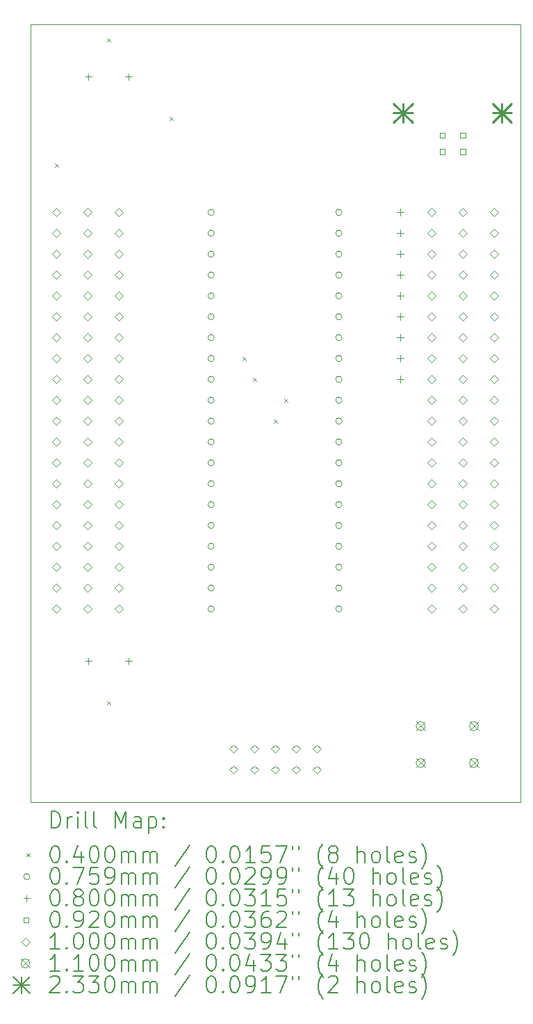
<source format=gbr>
%TF.GenerationSoftware,KiCad,Pcbnew,(6.0.10)*%
%TF.CreationDate,2023-01-04T16:16:52-06:00*%
%TF.ProjectId,AT89S52_dev_board,41543839-5335-4325-9f64-65765f626f61,rev?*%
%TF.SameCoordinates,Original*%
%TF.FileFunction,Drillmap*%
%TF.FilePolarity,Positive*%
%FSLAX45Y45*%
G04 Gerber Fmt 4.5, Leading zero omitted, Abs format (unit mm)*
G04 Created by KiCad (PCBNEW (6.0.10)) date 2023-01-04 16:16:52*
%MOMM*%
%LPD*%
G01*
G04 APERTURE LIST*
%ADD10C,0.100000*%
%ADD11C,0.200000*%
%ADD12C,0.040000*%
%ADD13C,0.075900*%
%ADD14C,0.080000*%
%ADD15C,0.092000*%
%ADD16C,0.110000*%
%ADD17C,0.233000*%
G04 APERTURE END LIST*
D10*
X18859500Y-5842000D02*
X12890500Y-5842000D01*
X12890500Y-5842000D02*
X12890500Y-15303500D01*
X12890500Y-15303500D02*
X18859500Y-15303500D01*
X18859500Y-15303500D02*
X18859500Y-5842000D01*
D11*
D12*
X13188000Y-7536500D02*
X13228000Y-7576500D01*
X13228000Y-7536500D02*
X13188000Y-7576500D01*
X13823000Y-6012500D02*
X13863000Y-6052500D01*
X13863000Y-6012500D02*
X13823000Y-6052500D01*
X13823000Y-14077000D02*
X13863000Y-14117000D01*
X13863000Y-14077000D02*
X13823000Y-14117000D01*
X14585000Y-6965000D02*
X14625000Y-7005000D01*
X14625000Y-6965000D02*
X14585000Y-7005000D01*
X15474000Y-9886000D02*
X15514000Y-9926000D01*
X15514000Y-9886000D02*
X15474000Y-9926000D01*
X15601000Y-10140000D02*
X15641000Y-10180000D01*
X15641000Y-10140000D02*
X15601000Y-10180000D01*
X15855000Y-10648000D02*
X15895000Y-10688000D01*
X15895000Y-10648000D02*
X15855000Y-10688000D01*
X15982000Y-10394000D02*
X16022000Y-10434000D01*
X16022000Y-10394000D02*
X15982000Y-10434000D01*
D13*
X15131250Y-8128000D02*
G75*
G03*
X15131250Y-8128000I-37950J0D01*
G01*
X15131250Y-8382000D02*
G75*
G03*
X15131250Y-8382000I-37950J0D01*
G01*
X15131250Y-8636000D02*
G75*
G03*
X15131250Y-8636000I-37950J0D01*
G01*
X15131250Y-8890000D02*
G75*
G03*
X15131250Y-8890000I-37950J0D01*
G01*
X15131250Y-9144000D02*
G75*
G03*
X15131250Y-9144000I-37950J0D01*
G01*
X15131250Y-9398000D02*
G75*
G03*
X15131250Y-9398000I-37950J0D01*
G01*
X15131250Y-9652000D02*
G75*
G03*
X15131250Y-9652000I-37950J0D01*
G01*
X15131250Y-9906000D02*
G75*
G03*
X15131250Y-9906000I-37950J0D01*
G01*
X15131250Y-10160000D02*
G75*
G03*
X15131250Y-10160000I-37950J0D01*
G01*
X15131250Y-10414000D02*
G75*
G03*
X15131250Y-10414000I-37950J0D01*
G01*
X15131250Y-10668000D02*
G75*
G03*
X15131250Y-10668000I-37950J0D01*
G01*
X15131250Y-10922000D02*
G75*
G03*
X15131250Y-10922000I-37950J0D01*
G01*
X15131250Y-11176000D02*
G75*
G03*
X15131250Y-11176000I-37950J0D01*
G01*
X15131250Y-11430000D02*
G75*
G03*
X15131250Y-11430000I-37950J0D01*
G01*
X15131250Y-11684000D02*
G75*
G03*
X15131250Y-11684000I-37950J0D01*
G01*
X15131250Y-11938000D02*
G75*
G03*
X15131250Y-11938000I-37950J0D01*
G01*
X15131250Y-12192000D02*
G75*
G03*
X15131250Y-12192000I-37950J0D01*
G01*
X15131250Y-12446000D02*
G75*
G03*
X15131250Y-12446000I-37950J0D01*
G01*
X15131250Y-12700000D02*
G75*
G03*
X15131250Y-12700000I-37950J0D01*
G01*
X15131250Y-12954000D02*
G75*
G03*
X15131250Y-12954000I-37950J0D01*
G01*
X16687050Y-8128000D02*
G75*
G03*
X16687050Y-8128000I-37950J0D01*
G01*
X16687050Y-8382000D02*
G75*
G03*
X16687050Y-8382000I-37950J0D01*
G01*
X16687050Y-8636000D02*
G75*
G03*
X16687050Y-8636000I-37950J0D01*
G01*
X16687050Y-8890000D02*
G75*
G03*
X16687050Y-8890000I-37950J0D01*
G01*
X16687050Y-9144000D02*
G75*
G03*
X16687050Y-9144000I-37950J0D01*
G01*
X16687050Y-9398000D02*
G75*
G03*
X16687050Y-9398000I-37950J0D01*
G01*
X16687050Y-9652000D02*
G75*
G03*
X16687050Y-9652000I-37950J0D01*
G01*
X16687050Y-9906000D02*
G75*
G03*
X16687050Y-9906000I-37950J0D01*
G01*
X16687050Y-10160000D02*
G75*
G03*
X16687050Y-10160000I-37950J0D01*
G01*
X16687050Y-10414000D02*
G75*
G03*
X16687050Y-10414000I-37950J0D01*
G01*
X16687050Y-10668000D02*
G75*
G03*
X16687050Y-10668000I-37950J0D01*
G01*
X16687050Y-10922000D02*
G75*
G03*
X16687050Y-10922000I-37950J0D01*
G01*
X16687050Y-11176000D02*
G75*
G03*
X16687050Y-11176000I-37950J0D01*
G01*
X16687050Y-11430000D02*
G75*
G03*
X16687050Y-11430000I-37950J0D01*
G01*
X16687050Y-11684000D02*
G75*
G03*
X16687050Y-11684000I-37950J0D01*
G01*
X16687050Y-11938000D02*
G75*
G03*
X16687050Y-11938000I-37950J0D01*
G01*
X16687050Y-12192000D02*
G75*
G03*
X16687050Y-12192000I-37950J0D01*
G01*
X16687050Y-12446000D02*
G75*
G03*
X16687050Y-12446000I-37950J0D01*
G01*
X16687050Y-12700000D02*
G75*
G03*
X16687050Y-12700000I-37950J0D01*
G01*
X16687050Y-12954000D02*
G75*
G03*
X16687050Y-12954000I-37950J0D01*
G01*
D14*
X13600000Y-6437000D02*
X13600000Y-6517000D01*
X13560000Y-6477000D02*
X13640000Y-6477000D01*
X13600000Y-13549000D02*
X13600000Y-13629000D01*
X13560000Y-13589000D02*
X13640000Y-13589000D01*
X14088000Y-6437000D02*
X14088000Y-6517000D01*
X14048000Y-6477000D02*
X14128000Y-6477000D01*
X14088000Y-13549000D02*
X14088000Y-13629000D01*
X14048000Y-13589000D02*
X14128000Y-13589000D01*
X17399000Y-8086500D02*
X17399000Y-8166500D01*
X17359000Y-8126500D02*
X17439000Y-8126500D01*
X17399000Y-8340500D02*
X17399000Y-8420500D01*
X17359000Y-8380500D02*
X17439000Y-8380500D01*
X17399000Y-8594500D02*
X17399000Y-8674500D01*
X17359000Y-8634500D02*
X17439000Y-8634500D01*
X17399000Y-8848500D02*
X17399000Y-8928500D01*
X17359000Y-8888500D02*
X17439000Y-8888500D01*
X17399000Y-9102500D02*
X17399000Y-9182500D01*
X17359000Y-9142500D02*
X17439000Y-9142500D01*
X17399000Y-9356500D02*
X17399000Y-9436500D01*
X17359000Y-9396500D02*
X17439000Y-9396500D01*
X17399000Y-9610500D02*
X17399000Y-9690500D01*
X17359000Y-9650500D02*
X17439000Y-9650500D01*
X17399000Y-9864500D02*
X17399000Y-9944500D01*
X17359000Y-9904500D02*
X17439000Y-9904500D01*
X17399000Y-10118500D02*
X17399000Y-10198500D01*
X17359000Y-10158500D02*
X17439000Y-10158500D01*
D15*
X17941527Y-7221277D02*
X17941527Y-7156223D01*
X17876473Y-7156223D01*
X17876473Y-7221277D01*
X17941527Y-7221277D01*
X17941527Y-7421277D02*
X17941527Y-7356223D01*
X17876473Y-7356223D01*
X17876473Y-7421277D01*
X17941527Y-7421277D01*
X18191527Y-7221277D02*
X18191527Y-7156223D01*
X18126473Y-7156223D01*
X18126473Y-7221277D01*
X18191527Y-7221277D01*
X18191527Y-7421277D02*
X18191527Y-7356223D01*
X18126473Y-7356223D01*
X18126473Y-7421277D01*
X18191527Y-7421277D01*
D10*
X13208000Y-8178000D02*
X13258000Y-8128000D01*
X13208000Y-8078000D01*
X13158000Y-8128000D01*
X13208000Y-8178000D01*
X13208000Y-8432000D02*
X13258000Y-8382000D01*
X13208000Y-8332000D01*
X13158000Y-8382000D01*
X13208000Y-8432000D01*
X13208000Y-8686000D02*
X13258000Y-8636000D01*
X13208000Y-8586000D01*
X13158000Y-8636000D01*
X13208000Y-8686000D01*
X13208000Y-8940000D02*
X13258000Y-8890000D01*
X13208000Y-8840000D01*
X13158000Y-8890000D01*
X13208000Y-8940000D01*
X13208000Y-9194000D02*
X13258000Y-9144000D01*
X13208000Y-9094000D01*
X13158000Y-9144000D01*
X13208000Y-9194000D01*
X13208000Y-9448000D02*
X13258000Y-9398000D01*
X13208000Y-9348000D01*
X13158000Y-9398000D01*
X13208000Y-9448000D01*
X13208000Y-9702000D02*
X13258000Y-9652000D01*
X13208000Y-9602000D01*
X13158000Y-9652000D01*
X13208000Y-9702000D01*
X13208000Y-9956000D02*
X13258000Y-9906000D01*
X13208000Y-9856000D01*
X13158000Y-9906000D01*
X13208000Y-9956000D01*
X13208000Y-10210000D02*
X13258000Y-10160000D01*
X13208000Y-10110000D01*
X13158000Y-10160000D01*
X13208000Y-10210000D01*
X13208000Y-10464000D02*
X13258000Y-10414000D01*
X13208000Y-10364000D01*
X13158000Y-10414000D01*
X13208000Y-10464000D01*
X13208000Y-10718000D02*
X13258000Y-10668000D01*
X13208000Y-10618000D01*
X13158000Y-10668000D01*
X13208000Y-10718000D01*
X13208000Y-10972000D02*
X13258000Y-10922000D01*
X13208000Y-10872000D01*
X13158000Y-10922000D01*
X13208000Y-10972000D01*
X13208000Y-11226000D02*
X13258000Y-11176000D01*
X13208000Y-11126000D01*
X13158000Y-11176000D01*
X13208000Y-11226000D01*
X13208000Y-11480000D02*
X13258000Y-11430000D01*
X13208000Y-11380000D01*
X13158000Y-11430000D01*
X13208000Y-11480000D01*
X13208000Y-11734000D02*
X13258000Y-11684000D01*
X13208000Y-11634000D01*
X13158000Y-11684000D01*
X13208000Y-11734000D01*
X13208000Y-11988000D02*
X13258000Y-11938000D01*
X13208000Y-11888000D01*
X13158000Y-11938000D01*
X13208000Y-11988000D01*
X13208000Y-12242000D02*
X13258000Y-12192000D01*
X13208000Y-12142000D01*
X13158000Y-12192000D01*
X13208000Y-12242000D01*
X13208000Y-12496000D02*
X13258000Y-12446000D01*
X13208000Y-12396000D01*
X13158000Y-12446000D01*
X13208000Y-12496000D01*
X13208000Y-12750000D02*
X13258000Y-12700000D01*
X13208000Y-12650000D01*
X13158000Y-12700000D01*
X13208000Y-12750000D01*
X13208000Y-13004000D02*
X13258000Y-12954000D01*
X13208000Y-12904000D01*
X13158000Y-12954000D01*
X13208000Y-13004000D01*
X13589000Y-8178000D02*
X13639000Y-8128000D01*
X13589000Y-8078000D01*
X13539000Y-8128000D01*
X13589000Y-8178000D01*
X13589000Y-8432000D02*
X13639000Y-8382000D01*
X13589000Y-8332000D01*
X13539000Y-8382000D01*
X13589000Y-8432000D01*
X13589000Y-8686000D02*
X13639000Y-8636000D01*
X13589000Y-8586000D01*
X13539000Y-8636000D01*
X13589000Y-8686000D01*
X13589000Y-8940000D02*
X13639000Y-8890000D01*
X13589000Y-8840000D01*
X13539000Y-8890000D01*
X13589000Y-8940000D01*
X13589000Y-9194000D02*
X13639000Y-9144000D01*
X13589000Y-9094000D01*
X13539000Y-9144000D01*
X13589000Y-9194000D01*
X13589000Y-9448000D02*
X13639000Y-9398000D01*
X13589000Y-9348000D01*
X13539000Y-9398000D01*
X13589000Y-9448000D01*
X13589000Y-9702000D02*
X13639000Y-9652000D01*
X13589000Y-9602000D01*
X13539000Y-9652000D01*
X13589000Y-9702000D01*
X13589000Y-9956000D02*
X13639000Y-9906000D01*
X13589000Y-9856000D01*
X13539000Y-9906000D01*
X13589000Y-9956000D01*
X13589000Y-10210000D02*
X13639000Y-10160000D01*
X13589000Y-10110000D01*
X13539000Y-10160000D01*
X13589000Y-10210000D01*
X13589000Y-10464000D02*
X13639000Y-10414000D01*
X13589000Y-10364000D01*
X13539000Y-10414000D01*
X13589000Y-10464000D01*
X13589000Y-10718000D02*
X13639000Y-10668000D01*
X13589000Y-10618000D01*
X13539000Y-10668000D01*
X13589000Y-10718000D01*
X13589000Y-10972000D02*
X13639000Y-10922000D01*
X13589000Y-10872000D01*
X13539000Y-10922000D01*
X13589000Y-10972000D01*
X13589000Y-11226000D02*
X13639000Y-11176000D01*
X13589000Y-11126000D01*
X13539000Y-11176000D01*
X13589000Y-11226000D01*
X13589000Y-11480000D02*
X13639000Y-11430000D01*
X13589000Y-11380000D01*
X13539000Y-11430000D01*
X13589000Y-11480000D01*
X13589000Y-11734000D02*
X13639000Y-11684000D01*
X13589000Y-11634000D01*
X13539000Y-11684000D01*
X13589000Y-11734000D01*
X13589000Y-11988000D02*
X13639000Y-11938000D01*
X13589000Y-11888000D01*
X13539000Y-11938000D01*
X13589000Y-11988000D01*
X13589000Y-12242000D02*
X13639000Y-12192000D01*
X13589000Y-12142000D01*
X13539000Y-12192000D01*
X13589000Y-12242000D01*
X13589000Y-12496000D02*
X13639000Y-12446000D01*
X13589000Y-12396000D01*
X13539000Y-12446000D01*
X13589000Y-12496000D01*
X13589000Y-12750000D02*
X13639000Y-12700000D01*
X13589000Y-12650000D01*
X13539000Y-12700000D01*
X13589000Y-12750000D01*
X13589000Y-13004000D02*
X13639000Y-12954000D01*
X13589000Y-12904000D01*
X13539000Y-12954000D01*
X13589000Y-13004000D01*
X13970000Y-8178000D02*
X14020000Y-8128000D01*
X13970000Y-8078000D01*
X13920000Y-8128000D01*
X13970000Y-8178000D01*
X13970000Y-8432000D02*
X14020000Y-8382000D01*
X13970000Y-8332000D01*
X13920000Y-8382000D01*
X13970000Y-8432000D01*
X13970000Y-8686000D02*
X14020000Y-8636000D01*
X13970000Y-8586000D01*
X13920000Y-8636000D01*
X13970000Y-8686000D01*
X13970000Y-8940000D02*
X14020000Y-8890000D01*
X13970000Y-8840000D01*
X13920000Y-8890000D01*
X13970000Y-8940000D01*
X13970000Y-9194000D02*
X14020000Y-9144000D01*
X13970000Y-9094000D01*
X13920000Y-9144000D01*
X13970000Y-9194000D01*
X13970000Y-9448000D02*
X14020000Y-9398000D01*
X13970000Y-9348000D01*
X13920000Y-9398000D01*
X13970000Y-9448000D01*
X13970000Y-9702000D02*
X14020000Y-9652000D01*
X13970000Y-9602000D01*
X13920000Y-9652000D01*
X13970000Y-9702000D01*
X13970000Y-9956000D02*
X14020000Y-9906000D01*
X13970000Y-9856000D01*
X13920000Y-9906000D01*
X13970000Y-9956000D01*
X13970000Y-10210000D02*
X14020000Y-10160000D01*
X13970000Y-10110000D01*
X13920000Y-10160000D01*
X13970000Y-10210000D01*
X13970000Y-10464000D02*
X14020000Y-10414000D01*
X13970000Y-10364000D01*
X13920000Y-10414000D01*
X13970000Y-10464000D01*
X13970000Y-10718000D02*
X14020000Y-10668000D01*
X13970000Y-10618000D01*
X13920000Y-10668000D01*
X13970000Y-10718000D01*
X13970000Y-10972000D02*
X14020000Y-10922000D01*
X13970000Y-10872000D01*
X13920000Y-10922000D01*
X13970000Y-10972000D01*
X13970000Y-11226000D02*
X14020000Y-11176000D01*
X13970000Y-11126000D01*
X13920000Y-11176000D01*
X13970000Y-11226000D01*
X13970000Y-11480000D02*
X14020000Y-11430000D01*
X13970000Y-11380000D01*
X13920000Y-11430000D01*
X13970000Y-11480000D01*
X13970000Y-11734000D02*
X14020000Y-11684000D01*
X13970000Y-11634000D01*
X13920000Y-11684000D01*
X13970000Y-11734000D01*
X13970000Y-11988000D02*
X14020000Y-11938000D01*
X13970000Y-11888000D01*
X13920000Y-11938000D01*
X13970000Y-11988000D01*
X13970000Y-12242000D02*
X14020000Y-12192000D01*
X13970000Y-12142000D01*
X13920000Y-12192000D01*
X13970000Y-12242000D01*
X13970000Y-12496000D02*
X14020000Y-12446000D01*
X13970000Y-12396000D01*
X13920000Y-12446000D01*
X13970000Y-12496000D01*
X13970000Y-12750000D02*
X14020000Y-12700000D01*
X13970000Y-12650000D01*
X13920000Y-12700000D01*
X13970000Y-12750000D01*
X13970000Y-13004000D02*
X14020000Y-12954000D01*
X13970000Y-12904000D01*
X13920000Y-12954000D01*
X13970000Y-13004000D01*
X15367000Y-14706750D02*
X15417000Y-14656750D01*
X15367000Y-14606750D01*
X15317000Y-14656750D01*
X15367000Y-14706750D01*
X15367000Y-14960750D02*
X15417000Y-14910750D01*
X15367000Y-14860750D01*
X15317000Y-14910750D01*
X15367000Y-14960750D01*
X15621000Y-14706750D02*
X15671000Y-14656750D01*
X15621000Y-14606750D01*
X15571000Y-14656750D01*
X15621000Y-14706750D01*
X15621000Y-14960750D02*
X15671000Y-14910750D01*
X15621000Y-14860750D01*
X15571000Y-14910750D01*
X15621000Y-14960750D01*
X15875000Y-14706750D02*
X15925000Y-14656750D01*
X15875000Y-14606750D01*
X15825000Y-14656750D01*
X15875000Y-14706750D01*
X15875000Y-14960750D02*
X15925000Y-14910750D01*
X15875000Y-14860750D01*
X15825000Y-14910750D01*
X15875000Y-14960750D01*
X16129000Y-14706750D02*
X16179000Y-14656750D01*
X16129000Y-14606750D01*
X16079000Y-14656750D01*
X16129000Y-14706750D01*
X16129000Y-14960750D02*
X16179000Y-14910750D01*
X16129000Y-14860750D01*
X16079000Y-14910750D01*
X16129000Y-14960750D01*
X16383000Y-14706750D02*
X16433000Y-14656750D01*
X16383000Y-14606750D01*
X16333000Y-14656750D01*
X16383000Y-14706750D01*
X16383000Y-14960750D02*
X16433000Y-14910750D01*
X16383000Y-14860750D01*
X16333000Y-14910750D01*
X16383000Y-14960750D01*
X17780000Y-8178500D02*
X17830000Y-8128500D01*
X17780000Y-8078500D01*
X17730000Y-8128500D01*
X17780000Y-8178500D01*
X17780000Y-8432500D02*
X17830000Y-8382500D01*
X17780000Y-8332500D01*
X17730000Y-8382500D01*
X17780000Y-8432500D01*
X17780000Y-8686500D02*
X17830000Y-8636500D01*
X17780000Y-8586500D01*
X17730000Y-8636500D01*
X17780000Y-8686500D01*
X17780000Y-8940500D02*
X17830000Y-8890500D01*
X17780000Y-8840500D01*
X17730000Y-8890500D01*
X17780000Y-8940500D01*
X17780000Y-9194500D02*
X17830000Y-9144500D01*
X17780000Y-9094500D01*
X17730000Y-9144500D01*
X17780000Y-9194500D01*
X17780000Y-9448500D02*
X17830000Y-9398500D01*
X17780000Y-9348500D01*
X17730000Y-9398500D01*
X17780000Y-9448500D01*
X17780000Y-9702500D02*
X17830000Y-9652500D01*
X17780000Y-9602500D01*
X17730000Y-9652500D01*
X17780000Y-9702500D01*
X17780000Y-9956500D02*
X17830000Y-9906500D01*
X17780000Y-9856500D01*
X17730000Y-9906500D01*
X17780000Y-9956500D01*
X17780000Y-10210500D02*
X17830000Y-10160500D01*
X17780000Y-10110500D01*
X17730000Y-10160500D01*
X17780000Y-10210500D01*
X17780000Y-10464500D02*
X17830000Y-10414500D01*
X17780000Y-10364500D01*
X17730000Y-10414500D01*
X17780000Y-10464500D01*
X17780000Y-10718500D02*
X17830000Y-10668500D01*
X17780000Y-10618500D01*
X17730000Y-10668500D01*
X17780000Y-10718500D01*
X17780000Y-10972500D02*
X17830000Y-10922500D01*
X17780000Y-10872500D01*
X17730000Y-10922500D01*
X17780000Y-10972500D01*
X17780000Y-11226500D02*
X17830000Y-11176500D01*
X17780000Y-11126500D01*
X17730000Y-11176500D01*
X17780000Y-11226500D01*
X17780000Y-11480500D02*
X17830000Y-11430500D01*
X17780000Y-11380500D01*
X17730000Y-11430500D01*
X17780000Y-11480500D01*
X17780000Y-11734500D02*
X17830000Y-11684500D01*
X17780000Y-11634500D01*
X17730000Y-11684500D01*
X17780000Y-11734500D01*
X17780000Y-11988500D02*
X17830000Y-11938500D01*
X17780000Y-11888500D01*
X17730000Y-11938500D01*
X17780000Y-11988500D01*
X17780000Y-12242500D02*
X17830000Y-12192500D01*
X17780000Y-12142500D01*
X17730000Y-12192500D01*
X17780000Y-12242500D01*
X17780000Y-12496500D02*
X17830000Y-12446500D01*
X17780000Y-12396500D01*
X17730000Y-12446500D01*
X17780000Y-12496500D01*
X17780000Y-12750500D02*
X17830000Y-12700500D01*
X17780000Y-12650500D01*
X17730000Y-12700500D01*
X17780000Y-12750500D01*
X17780000Y-13004500D02*
X17830000Y-12954500D01*
X17780000Y-12904500D01*
X17730000Y-12954500D01*
X17780000Y-13004500D01*
X18161000Y-8178500D02*
X18211000Y-8128500D01*
X18161000Y-8078500D01*
X18111000Y-8128500D01*
X18161000Y-8178500D01*
X18161000Y-8432500D02*
X18211000Y-8382500D01*
X18161000Y-8332500D01*
X18111000Y-8382500D01*
X18161000Y-8432500D01*
X18161000Y-8686500D02*
X18211000Y-8636500D01*
X18161000Y-8586500D01*
X18111000Y-8636500D01*
X18161000Y-8686500D01*
X18161000Y-8940500D02*
X18211000Y-8890500D01*
X18161000Y-8840500D01*
X18111000Y-8890500D01*
X18161000Y-8940500D01*
X18161000Y-9194500D02*
X18211000Y-9144500D01*
X18161000Y-9094500D01*
X18111000Y-9144500D01*
X18161000Y-9194500D01*
X18161000Y-9448500D02*
X18211000Y-9398500D01*
X18161000Y-9348500D01*
X18111000Y-9398500D01*
X18161000Y-9448500D01*
X18161000Y-9702500D02*
X18211000Y-9652500D01*
X18161000Y-9602500D01*
X18111000Y-9652500D01*
X18161000Y-9702500D01*
X18161000Y-9956500D02*
X18211000Y-9906500D01*
X18161000Y-9856500D01*
X18111000Y-9906500D01*
X18161000Y-9956500D01*
X18161000Y-10210500D02*
X18211000Y-10160500D01*
X18161000Y-10110500D01*
X18111000Y-10160500D01*
X18161000Y-10210500D01*
X18161000Y-10464500D02*
X18211000Y-10414500D01*
X18161000Y-10364500D01*
X18111000Y-10414500D01*
X18161000Y-10464500D01*
X18161000Y-10718500D02*
X18211000Y-10668500D01*
X18161000Y-10618500D01*
X18111000Y-10668500D01*
X18161000Y-10718500D01*
X18161000Y-10972500D02*
X18211000Y-10922500D01*
X18161000Y-10872500D01*
X18111000Y-10922500D01*
X18161000Y-10972500D01*
X18161000Y-11226500D02*
X18211000Y-11176500D01*
X18161000Y-11126500D01*
X18111000Y-11176500D01*
X18161000Y-11226500D01*
X18161000Y-11480500D02*
X18211000Y-11430500D01*
X18161000Y-11380500D01*
X18111000Y-11430500D01*
X18161000Y-11480500D01*
X18161000Y-11734500D02*
X18211000Y-11684500D01*
X18161000Y-11634500D01*
X18111000Y-11684500D01*
X18161000Y-11734500D01*
X18161000Y-11988500D02*
X18211000Y-11938500D01*
X18161000Y-11888500D01*
X18111000Y-11938500D01*
X18161000Y-11988500D01*
X18161000Y-12242500D02*
X18211000Y-12192500D01*
X18161000Y-12142500D01*
X18111000Y-12192500D01*
X18161000Y-12242500D01*
X18161000Y-12496500D02*
X18211000Y-12446500D01*
X18161000Y-12396500D01*
X18111000Y-12446500D01*
X18161000Y-12496500D01*
X18161000Y-12750500D02*
X18211000Y-12700500D01*
X18161000Y-12650500D01*
X18111000Y-12700500D01*
X18161000Y-12750500D01*
X18161000Y-13004500D02*
X18211000Y-12954500D01*
X18161000Y-12904500D01*
X18111000Y-12954500D01*
X18161000Y-13004500D01*
X18542000Y-8178500D02*
X18592000Y-8128500D01*
X18542000Y-8078500D01*
X18492000Y-8128500D01*
X18542000Y-8178500D01*
X18542000Y-8432500D02*
X18592000Y-8382500D01*
X18542000Y-8332500D01*
X18492000Y-8382500D01*
X18542000Y-8432500D01*
X18542000Y-8686500D02*
X18592000Y-8636500D01*
X18542000Y-8586500D01*
X18492000Y-8636500D01*
X18542000Y-8686500D01*
X18542000Y-8940500D02*
X18592000Y-8890500D01*
X18542000Y-8840500D01*
X18492000Y-8890500D01*
X18542000Y-8940500D01*
X18542000Y-9194500D02*
X18592000Y-9144500D01*
X18542000Y-9094500D01*
X18492000Y-9144500D01*
X18542000Y-9194500D01*
X18542000Y-9448500D02*
X18592000Y-9398500D01*
X18542000Y-9348500D01*
X18492000Y-9398500D01*
X18542000Y-9448500D01*
X18542000Y-9702500D02*
X18592000Y-9652500D01*
X18542000Y-9602500D01*
X18492000Y-9652500D01*
X18542000Y-9702500D01*
X18542000Y-9956500D02*
X18592000Y-9906500D01*
X18542000Y-9856500D01*
X18492000Y-9906500D01*
X18542000Y-9956500D01*
X18542000Y-10210500D02*
X18592000Y-10160500D01*
X18542000Y-10110500D01*
X18492000Y-10160500D01*
X18542000Y-10210500D01*
X18542000Y-10464500D02*
X18592000Y-10414500D01*
X18542000Y-10364500D01*
X18492000Y-10414500D01*
X18542000Y-10464500D01*
X18542000Y-10718500D02*
X18592000Y-10668500D01*
X18542000Y-10618500D01*
X18492000Y-10668500D01*
X18542000Y-10718500D01*
X18542000Y-10972500D02*
X18592000Y-10922500D01*
X18542000Y-10872500D01*
X18492000Y-10922500D01*
X18542000Y-10972500D01*
X18542000Y-11226500D02*
X18592000Y-11176500D01*
X18542000Y-11126500D01*
X18492000Y-11176500D01*
X18542000Y-11226500D01*
X18542000Y-11480500D02*
X18592000Y-11430500D01*
X18542000Y-11380500D01*
X18492000Y-11430500D01*
X18542000Y-11480500D01*
X18542000Y-11734500D02*
X18592000Y-11684500D01*
X18542000Y-11634500D01*
X18492000Y-11684500D01*
X18542000Y-11734500D01*
X18542000Y-11988500D02*
X18592000Y-11938500D01*
X18542000Y-11888500D01*
X18492000Y-11938500D01*
X18542000Y-11988500D01*
X18542000Y-12242500D02*
X18592000Y-12192500D01*
X18542000Y-12142500D01*
X18492000Y-12192500D01*
X18542000Y-12242500D01*
X18542000Y-12496500D02*
X18592000Y-12446500D01*
X18542000Y-12396500D01*
X18492000Y-12446500D01*
X18542000Y-12496500D01*
X18542000Y-12750500D02*
X18592000Y-12700500D01*
X18542000Y-12650500D01*
X18492000Y-12700500D01*
X18542000Y-12750500D01*
X18542000Y-13004500D02*
X18592000Y-12954500D01*
X18542000Y-12904500D01*
X18492000Y-12954500D01*
X18542000Y-13004500D01*
D16*
X17590500Y-14325000D02*
X17700500Y-14435000D01*
X17700500Y-14325000D02*
X17590500Y-14435000D01*
X17700500Y-14380000D02*
G75*
G03*
X17700500Y-14380000I-55000J0D01*
G01*
X17590500Y-14775000D02*
X17700500Y-14885000D01*
X17700500Y-14775000D02*
X17590500Y-14885000D01*
X17700500Y-14830000D02*
G75*
G03*
X17700500Y-14830000I-55000J0D01*
G01*
X18240500Y-14325000D02*
X18350500Y-14435000D01*
X18350500Y-14325000D02*
X18240500Y-14435000D01*
X18350500Y-14380000D02*
G75*
G03*
X18350500Y-14380000I-55000J0D01*
G01*
X18240500Y-14775000D02*
X18350500Y-14885000D01*
X18350500Y-14775000D02*
X18240500Y-14885000D01*
X18350500Y-14830000D02*
G75*
G03*
X18350500Y-14830000I-55000J0D01*
G01*
D17*
X17315500Y-6801250D02*
X17548500Y-7034250D01*
X17548500Y-6801250D02*
X17315500Y-7034250D01*
X17432000Y-6801250D02*
X17432000Y-7034250D01*
X17315500Y-6917750D02*
X17548500Y-6917750D01*
X18519500Y-6801250D02*
X18752500Y-7034250D01*
X18752500Y-6801250D02*
X18519500Y-7034250D01*
X18636000Y-6801250D02*
X18636000Y-7034250D01*
X18519500Y-6917750D02*
X18752500Y-6917750D01*
D11*
X13143119Y-15618976D02*
X13143119Y-15418976D01*
X13190738Y-15418976D01*
X13219309Y-15428500D01*
X13238357Y-15447548D01*
X13247881Y-15466595D01*
X13257405Y-15504690D01*
X13257405Y-15533262D01*
X13247881Y-15571357D01*
X13238357Y-15590405D01*
X13219309Y-15609452D01*
X13190738Y-15618976D01*
X13143119Y-15618976D01*
X13343119Y-15618976D02*
X13343119Y-15485643D01*
X13343119Y-15523738D02*
X13352643Y-15504690D01*
X13362167Y-15495167D01*
X13381214Y-15485643D01*
X13400262Y-15485643D01*
X13466928Y-15618976D02*
X13466928Y-15485643D01*
X13466928Y-15418976D02*
X13457405Y-15428500D01*
X13466928Y-15438024D01*
X13476452Y-15428500D01*
X13466928Y-15418976D01*
X13466928Y-15438024D01*
X13590738Y-15618976D02*
X13571690Y-15609452D01*
X13562167Y-15590405D01*
X13562167Y-15418976D01*
X13695500Y-15618976D02*
X13676452Y-15609452D01*
X13666928Y-15590405D01*
X13666928Y-15418976D01*
X13924071Y-15618976D02*
X13924071Y-15418976D01*
X13990738Y-15561833D01*
X14057405Y-15418976D01*
X14057405Y-15618976D01*
X14238357Y-15618976D02*
X14238357Y-15514214D01*
X14228833Y-15495167D01*
X14209786Y-15485643D01*
X14171690Y-15485643D01*
X14152643Y-15495167D01*
X14238357Y-15609452D02*
X14219309Y-15618976D01*
X14171690Y-15618976D01*
X14152643Y-15609452D01*
X14143119Y-15590405D01*
X14143119Y-15571357D01*
X14152643Y-15552309D01*
X14171690Y-15542786D01*
X14219309Y-15542786D01*
X14238357Y-15533262D01*
X14333595Y-15485643D02*
X14333595Y-15685643D01*
X14333595Y-15495167D02*
X14352643Y-15485643D01*
X14390738Y-15485643D01*
X14409786Y-15495167D01*
X14419309Y-15504690D01*
X14428833Y-15523738D01*
X14428833Y-15580881D01*
X14419309Y-15599928D01*
X14409786Y-15609452D01*
X14390738Y-15618976D01*
X14352643Y-15618976D01*
X14333595Y-15609452D01*
X14514548Y-15599928D02*
X14524071Y-15609452D01*
X14514548Y-15618976D01*
X14505024Y-15609452D01*
X14514548Y-15599928D01*
X14514548Y-15618976D01*
X14514548Y-15495167D02*
X14524071Y-15504690D01*
X14514548Y-15514214D01*
X14505024Y-15504690D01*
X14514548Y-15495167D01*
X14514548Y-15514214D01*
D12*
X12845500Y-15928500D02*
X12885500Y-15968500D01*
X12885500Y-15928500D02*
X12845500Y-15968500D01*
D11*
X13181214Y-15838976D02*
X13200262Y-15838976D01*
X13219309Y-15848500D01*
X13228833Y-15858024D01*
X13238357Y-15877071D01*
X13247881Y-15915167D01*
X13247881Y-15962786D01*
X13238357Y-16000881D01*
X13228833Y-16019928D01*
X13219309Y-16029452D01*
X13200262Y-16038976D01*
X13181214Y-16038976D01*
X13162167Y-16029452D01*
X13152643Y-16019928D01*
X13143119Y-16000881D01*
X13133595Y-15962786D01*
X13133595Y-15915167D01*
X13143119Y-15877071D01*
X13152643Y-15858024D01*
X13162167Y-15848500D01*
X13181214Y-15838976D01*
X13333595Y-16019928D02*
X13343119Y-16029452D01*
X13333595Y-16038976D01*
X13324071Y-16029452D01*
X13333595Y-16019928D01*
X13333595Y-16038976D01*
X13514548Y-15905643D02*
X13514548Y-16038976D01*
X13466928Y-15829452D02*
X13419309Y-15972309D01*
X13543119Y-15972309D01*
X13657405Y-15838976D02*
X13676452Y-15838976D01*
X13695500Y-15848500D01*
X13705024Y-15858024D01*
X13714548Y-15877071D01*
X13724071Y-15915167D01*
X13724071Y-15962786D01*
X13714548Y-16000881D01*
X13705024Y-16019928D01*
X13695500Y-16029452D01*
X13676452Y-16038976D01*
X13657405Y-16038976D01*
X13638357Y-16029452D01*
X13628833Y-16019928D01*
X13619309Y-16000881D01*
X13609786Y-15962786D01*
X13609786Y-15915167D01*
X13619309Y-15877071D01*
X13628833Y-15858024D01*
X13638357Y-15848500D01*
X13657405Y-15838976D01*
X13847881Y-15838976D02*
X13866928Y-15838976D01*
X13885976Y-15848500D01*
X13895500Y-15858024D01*
X13905024Y-15877071D01*
X13914548Y-15915167D01*
X13914548Y-15962786D01*
X13905024Y-16000881D01*
X13895500Y-16019928D01*
X13885976Y-16029452D01*
X13866928Y-16038976D01*
X13847881Y-16038976D01*
X13828833Y-16029452D01*
X13819309Y-16019928D01*
X13809786Y-16000881D01*
X13800262Y-15962786D01*
X13800262Y-15915167D01*
X13809786Y-15877071D01*
X13819309Y-15858024D01*
X13828833Y-15848500D01*
X13847881Y-15838976D01*
X14000262Y-16038976D02*
X14000262Y-15905643D01*
X14000262Y-15924690D02*
X14009786Y-15915167D01*
X14028833Y-15905643D01*
X14057405Y-15905643D01*
X14076452Y-15915167D01*
X14085976Y-15934214D01*
X14085976Y-16038976D01*
X14085976Y-15934214D02*
X14095500Y-15915167D01*
X14114548Y-15905643D01*
X14143119Y-15905643D01*
X14162167Y-15915167D01*
X14171690Y-15934214D01*
X14171690Y-16038976D01*
X14266928Y-16038976D02*
X14266928Y-15905643D01*
X14266928Y-15924690D02*
X14276452Y-15915167D01*
X14295500Y-15905643D01*
X14324071Y-15905643D01*
X14343119Y-15915167D01*
X14352643Y-15934214D01*
X14352643Y-16038976D01*
X14352643Y-15934214D02*
X14362167Y-15915167D01*
X14381214Y-15905643D01*
X14409786Y-15905643D01*
X14428833Y-15915167D01*
X14438357Y-15934214D01*
X14438357Y-16038976D01*
X14828833Y-15829452D02*
X14657405Y-16086595D01*
X15085976Y-15838976D02*
X15105024Y-15838976D01*
X15124071Y-15848500D01*
X15133595Y-15858024D01*
X15143119Y-15877071D01*
X15152643Y-15915167D01*
X15152643Y-15962786D01*
X15143119Y-16000881D01*
X15133595Y-16019928D01*
X15124071Y-16029452D01*
X15105024Y-16038976D01*
X15085976Y-16038976D01*
X15066928Y-16029452D01*
X15057405Y-16019928D01*
X15047881Y-16000881D01*
X15038357Y-15962786D01*
X15038357Y-15915167D01*
X15047881Y-15877071D01*
X15057405Y-15858024D01*
X15066928Y-15848500D01*
X15085976Y-15838976D01*
X15238357Y-16019928D02*
X15247881Y-16029452D01*
X15238357Y-16038976D01*
X15228833Y-16029452D01*
X15238357Y-16019928D01*
X15238357Y-16038976D01*
X15371690Y-15838976D02*
X15390738Y-15838976D01*
X15409786Y-15848500D01*
X15419309Y-15858024D01*
X15428833Y-15877071D01*
X15438357Y-15915167D01*
X15438357Y-15962786D01*
X15428833Y-16000881D01*
X15419309Y-16019928D01*
X15409786Y-16029452D01*
X15390738Y-16038976D01*
X15371690Y-16038976D01*
X15352643Y-16029452D01*
X15343119Y-16019928D01*
X15333595Y-16000881D01*
X15324071Y-15962786D01*
X15324071Y-15915167D01*
X15333595Y-15877071D01*
X15343119Y-15858024D01*
X15352643Y-15848500D01*
X15371690Y-15838976D01*
X15628833Y-16038976D02*
X15514548Y-16038976D01*
X15571690Y-16038976D02*
X15571690Y-15838976D01*
X15552643Y-15867548D01*
X15533595Y-15886595D01*
X15514548Y-15896119D01*
X15809786Y-15838976D02*
X15714548Y-15838976D01*
X15705024Y-15934214D01*
X15714548Y-15924690D01*
X15733595Y-15915167D01*
X15781214Y-15915167D01*
X15800262Y-15924690D01*
X15809786Y-15934214D01*
X15819309Y-15953262D01*
X15819309Y-16000881D01*
X15809786Y-16019928D01*
X15800262Y-16029452D01*
X15781214Y-16038976D01*
X15733595Y-16038976D01*
X15714548Y-16029452D01*
X15705024Y-16019928D01*
X15885976Y-15838976D02*
X16019309Y-15838976D01*
X15933595Y-16038976D01*
X16085976Y-15838976D02*
X16085976Y-15877071D01*
X16162167Y-15838976D02*
X16162167Y-15877071D01*
X16457405Y-16115167D02*
X16447881Y-16105643D01*
X16428833Y-16077071D01*
X16419309Y-16058024D01*
X16409786Y-16029452D01*
X16400262Y-15981833D01*
X16400262Y-15943738D01*
X16409786Y-15896119D01*
X16419309Y-15867548D01*
X16428833Y-15848500D01*
X16447881Y-15819928D01*
X16457405Y-15810405D01*
X16562167Y-15924690D02*
X16543119Y-15915167D01*
X16533595Y-15905643D01*
X16524071Y-15886595D01*
X16524071Y-15877071D01*
X16533595Y-15858024D01*
X16543119Y-15848500D01*
X16562167Y-15838976D01*
X16600262Y-15838976D01*
X16619309Y-15848500D01*
X16628833Y-15858024D01*
X16638357Y-15877071D01*
X16638357Y-15886595D01*
X16628833Y-15905643D01*
X16619309Y-15915167D01*
X16600262Y-15924690D01*
X16562167Y-15924690D01*
X16543119Y-15934214D01*
X16533595Y-15943738D01*
X16524071Y-15962786D01*
X16524071Y-16000881D01*
X16533595Y-16019928D01*
X16543119Y-16029452D01*
X16562167Y-16038976D01*
X16600262Y-16038976D01*
X16619309Y-16029452D01*
X16628833Y-16019928D01*
X16638357Y-16000881D01*
X16638357Y-15962786D01*
X16628833Y-15943738D01*
X16619309Y-15934214D01*
X16600262Y-15924690D01*
X16876452Y-16038976D02*
X16876452Y-15838976D01*
X16962167Y-16038976D02*
X16962167Y-15934214D01*
X16952643Y-15915167D01*
X16933595Y-15905643D01*
X16905024Y-15905643D01*
X16885976Y-15915167D01*
X16876452Y-15924690D01*
X17085976Y-16038976D02*
X17066929Y-16029452D01*
X17057405Y-16019928D01*
X17047881Y-16000881D01*
X17047881Y-15943738D01*
X17057405Y-15924690D01*
X17066929Y-15915167D01*
X17085976Y-15905643D01*
X17114548Y-15905643D01*
X17133595Y-15915167D01*
X17143119Y-15924690D01*
X17152643Y-15943738D01*
X17152643Y-16000881D01*
X17143119Y-16019928D01*
X17133595Y-16029452D01*
X17114548Y-16038976D01*
X17085976Y-16038976D01*
X17266929Y-16038976D02*
X17247881Y-16029452D01*
X17238357Y-16010405D01*
X17238357Y-15838976D01*
X17419310Y-16029452D02*
X17400262Y-16038976D01*
X17362167Y-16038976D01*
X17343119Y-16029452D01*
X17333595Y-16010405D01*
X17333595Y-15934214D01*
X17343119Y-15915167D01*
X17362167Y-15905643D01*
X17400262Y-15905643D01*
X17419310Y-15915167D01*
X17428833Y-15934214D01*
X17428833Y-15953262D01*
X17333595Y-15972309D01*
X17505024Y-16029452D02*
X17524071Y-16038976D01*
X17562167Y-16038976D01*
X17581214Y-16029452D01*
X17590738Y-16010405D01*
X17590738Y-16000881D01*
X17581214Y-15981833D01*
X17562167Y-15972309D01*
X17533595Y-15972309D01*
X17514548Y-15962786D01*
X17505024Y-15943738D01*
X17505024Y-15934214D01*
X17514548Y-15915167D01*
X17533595Y-15905643D01*
X17562167Y-15905643D01*
X17581214Y-15915167D01*
X17657405Y-16115167D02*
X17666929Y-16105643D01*
X17685976Y-16077071D01*
X17695500Y-16058024D01*
X17705024Y-16029452D01*
X17714548Y-15981833D01*
X17714548Y-15943738D01*
X17705024Y-15896119D01*
X17695500Y-15867548D01*
X17685976Y-15848500D01*
X17666929Y-15819928D01*
X17657405Y-15810405D01*
D13*
X12885500Y-16212500D02*
G75*
G03*
X12885500Y-16212500I-37950J0D01*
G01*
D11*
X13181214Y-16102976D02*
X13200262Y-16102976D01*
X13219309Y-16112500D01*
X13228833Y-16122024D01*
X13238357Y-16141071D01*
X13247881Y-16179167D01*
X13247881Y-16226786D01*
X13238357Y-16264881D01*
X13228833Y-16283928D01*
X13219309Y-16293452D01*
X13200262Y-16302976D01*
X13181214Y-16302976D01*
X13162167Y-16293452D01*
X13152643Y-16283928D01*
X13143119Y-16264881D01*
X13133595Y-16226786D01*
X13133595Y-16179167D01*
X13143119Y-16141071D01*
X13152643Y-16122024D01*
X13162167Y-16112500D01*
X13181214Y-16102976D01*
X13333595Y-16283928D02*
X13343119Y-16293452D01*
X13333595Y-16302976D01*
X13324071Y-16293452D01*
X13333595Y-16283928D01*
X13333595Y-16302976D01*
X13409786Y-16102976D02*
X13543119Y-16102976D01*
X13457405Y-16302976D01*
X13714548Y-16102976D02*
X13619309Y-16102976D01*
X13609786Y-16198214D01*
X13619309Y-16188690D01*
X13638357Y-16179167D01*
X13685976Y-16179167D01*
X13705024Y-16188690D01*
X13714548Y-16198214D01*
X13724071Y-16217262D01*
X13724071Y-16264881D01*
X13714548Y-16283928D01*
X13705024Y-16293452D01*
X13685976Y-16302976D01*
X13638357Y-16302976D01*
X13619309Y-16293452D01*
X13609786Y-16283928D01*
X13819309Y-16302976D02*
X13857405Y-16302976D01*
X13876452Y-16293452D01*
X13885976Y-16283928D01*
X13905024Y-16255357D01*
X13914548Y-16217262D01*
X13914548Y-16141071D01*
X13905024Y-16122024D01*
X13895500Y-16112500D01*
X13876452Y-16102976D01*
X13838357Y-16102976D01*
X13819309Y-16112500D01*
X13809786Y-16122024D01*
X13800262Y-16141071D01*
X13800262Y-16188690D01*
X13809786Y-16207738D01*
X13819309Y-16217262D01*
X13838357Y-16226786D01*
X13876452Y-16226786D01*
X13895500Y-16217262D01*
X13905024Y-16207738D01*
X13914548Y-16188690D01*
X14000262Y-16302976D02*
X14000262Y-16169643D01*
X14000262Y-16188690D02*
X14009786Y-16179167D01*
X14028833Y-16169643D01*
X14057405Y-16169643D01*
X14076452Y-16179167D01*
X14085976Y-16198214D01*
X14085976Y-16302976D01*
X14085976Y-16198214D02*
X14095500Y-16179167D01*
X14114548Y-16169643D01*
X14143119Y-16169643D01*
X14162167Y-16179167D01*
X14171690Y-16198214D01*
X14171690Y-16302976D01*
X14266928Y-16302976D02*
X14266928Y-16169643D01*
X14266928Y-16188690D02*
X14276452Y-16179167D01*
X14295500Y-16169643D01*
X14324071Y-16169643D01*
X14343119Y-16179167D01*
X14352643Y-16198214D01*
X14352643Y-16302976D01*
X14352643Y-16198214D02*
X14362167Y-16179167D01*
X14381214Y-16169643D01*
X14409786Y-16169643D01*
X14428833Y-16179167D01*
X14438357Y-16198214D01*
X14438357Y-16302976D01*
X14828833Y-16093452D02*
X14657405Y-16350595D01*
X15085976Y-16102976D02*
X15105024Y-16102976D01*
X15124071Y-16112500D01*
X15133595Y-16122024D01*
X15143119Y-16141071D01*
X15152643Y-16179167D01*
X15152643Y-16226786D01*
X15143119Y-16264881D01*
X15133595Y-16283928D01*
X15124071Y-16293452D01*
X15105024Y-16302976D01*
X15085976Y-16302976D01*
X15066928Y-16293452D01*
X15057405Y-16283928D01*
X15047881Y-16264881D01*
X15038357Y-16226786D01*
X15038357Y-16179167D01*
X15047881Y-16141071D01*
X15057405Y-16122024D01*
X15066928Y-16112500D01*
X15085976Y-16102976D01*
X15238357Y-16283928D02*
X15247881Y-16293452D01*
X15238357Y-16302976D01*
X15228833Y-16293452D01*
X15238357Y-16283928D01*
X15238357Y-16302976D01*
X15371690Y-16102976D02*
X15390738Y-16102976D01*
X15409786Y-16112500D01*
X15419309Y-16122024D01*
X15428833Y-16141071D01*
X15438357Y-16179167D01*
X15438357Y-16226786D01*
X15428833Y-16264881D01*
X15419309Y-16283928D01*
X15409786Y-16293452D01*
X15390738Y-16302976D01*
X15371690Y-16302976D01*
X15352643Y-16293452D01*
X15343119Y-16283928D01*
X15333595Y-16264881D01*
X15324071Y-16226786D01*
X15324071Y-16179167D01*
X15333595Y-16141071D01*
X15343119Y-16122024D01*
X15352643Y-16112500D01*
X15371690Y-16102976D01*
X15514548Y-16122024D02*
X15524071Y-16112500D01*
X15543119Y-16102976D01*
X15590738Y-16102976D01*
X15609786Y-16112500D01*
X15619309Y-16122024D01*
X15628833Y-16141071D01*
X15628833Y-16160119D01*
X15619309Y-16188690D01*
X15505024Y-16302976D01*
X15628833Y-16302976D01*
X15724071Y-16302976D02*
X15762167Y-16302976D01*
X15781214Y-16293452D01*
X15790738Y-16283928D01*
X15809786Y-16255357D01*
X15819309Y-16217262D01*
X15819309Y-16141071D01*
X15809786Y-16122024D01*
X15800262Y-16112500D01*
X15781214Y-16102976D01*
X15743119Y-16102976D01*
X15724071Y-16112500D01*
X15714548Y-16122024D01*
X15705024Y-16141071D01*
X15705024Y-16188690D01*
X15714548Y-16207738D01*
X15724071Y-16217262D01*
X15743119Y-16226786D01*
X15781214Y-16226786D01*
X15800262Y-16217262D01*
X15809786Y-16207738D01*
X15819309Y-16188690D01*
X15914548Y-16302976D02*
X15952643Y-16302976D01*
X15971690Y-16293452D01*
X15981214Y-16283928D01*
X16000262Y-16255357D01*
X16009786Y-16217262D01*
X16009786Y-16141071D01*
X16000262Y-16122024D01*
X15990738Y-16112500D01*
X15971690Y-16102976D01*
X15933595Y-16102976D01*
X15914548Y-16112500D01*
X15905024Y-16122024D01*
X15895500Y-16141071D01*
X15895500Y-16188690D01*
X15905024Y-16207738D01*
X15914548Y-16217262D01*
X15933595Y-16226786D01*
X15971690Y-16226786D01*
X15990738Y-16217262D01*
X16000262Y-16207738D01*
X16009786Y-16188690D01*
X16085976Y-16102976D02*
X16085976Y-16141071D01*
X16162167Y-16102976D02*
X16162167Y-16141071D01*
X16457405Y-16379167D02*
X16447881Y-16369643D01*
X16428833Y-16341071D01*
X16419309Y-16322024D01*
X16409786Y-16293452D01*
X16400262Y-16245833D01*
X16400262Y-16207738D01*
X16409786Y-16160119D01*
X16419309Y-16131548D01*
X16428833Y-16112500D01*
X16447881Y-16083928D01*
X16457405Y-16074405D01*
X16619309Y-16169643D02*
X16619309Y-16302976D01*
X16571690Y-16093452D02*
X16524071Y-16236309D01*
X16647881Y-16236309D01*
X16762167Y-16102976D02*
X16781214Y-16102976D01*
X16800262Y-16112500D01*
X16809786Y-16122024D01*
X16819310Y-16141071D01*
X16828833Y-16179167D01*
X16828833Y-16226786D01*
X16819310Y-16264881D01*
X16809786Y-16283928D01*
X16800262Y-16293452D01*
X16781214Y-16302976D01*
X16762167Y-16302976D01*
X16743119Y-16293452D01*
X16733595Y-16283928D01*
X16724071Y-16264881D01*
X16714548Y-16226786D01*
X16714548Y-16179167D01*
X16724071Y-16141071D01*
X16733595Y-16122024D01*
X16743119Y-16112500D01*
X16762167Y-16102976D01*
X17066929Y-16302976D02*
X17066929Y-16102976D01*
X17152643Y-16302976D02*
X17152643Y-16198214D01*
X17143119Y-16179167D01*
X17124071Y-16169643D01*
X17095500Y-16169643D01*
X17076452Y-16179167D01*
X17066929Y-16188690D01*
X17276452Y-16302976D02*
X17257405Y-16293452D01*
X17247881Y-16283928D01*
X17238357Y-16264881D01*
X17238357Y-16207738D01*
X17247881Y-16188690D01*
X17257405Y-16179167D01*
X17276452Y-16169643D01*
X17305024Y-16169643D01*
X17324071Y-16179167D01*
X17333595Y-16188690D01*
X17343119Y-16207738D01*
X17343119Y-16264881D01*
X17333595Y-16283928D01*
X17324071Y-16293452D01*
X17305024Y-16302976D01*
X17276452Y-16302976D01*
X17457405Y-16302976D02*
X17438357Y-16293452D01*
X17428833Y-16274405D01*
X17428833Y-16102976D01*
X17609786Y-16293452D02*
X17590738Y-16302976D01*
X17552643Y-16302976D01*
X17533595Y-16293452D01*
X17524071Y-16274405D01*
X17524071Y-16198214D01*
X17533595Y-16179167D01*
X17552643Y-16169643D01*
X17590738Y-16169643D01*
X17609786Y-16179167D01*
X17619310Y-16198214D01*
X17619310Y-16217262D01*
X17524071Y-16236309D01*
X17695500Y-16293452D02*
X17714548Y-16302976D01*
X17752643Y-16302976D01*
X17771690Y-16293452D01*
X17781214Y-16274405D01*
X17781214Y-16264881D01*
X17771690Y-16245833D01*
X17752643Y-16236309D01*
X17724071Y-16236309D01*
X17705024Y-16226786D01*
X17695500Y-16207738D01*
X17695500Y-16198214D01*
X17705024Y-16179167D01*
X17724071Y-16169643D01*
X17752643Y-16169643D01*
X17771690Y-16179167D01*
X17847881Y-16379167D02*
X17857405Y-16369643D01*
X17876452Y-16341071D01*
X17885976Y-16322024D01*
X17895500Y-16293452D01*
X17905024Y-16245833D01*
X17905024Y-16207738D01*
X17895500Y-16160119D01*
X17885976Y-16131548D01*
X17876452Y-16112500D01*
X17857405Y-16083928D01*
X17847881Y-16074405D01*
D14*
X12845500Y-16436500D02*
X12845500Y-16516500D01*
X12805500Y-16476500D02*
X12885500Y-16476500D01*
D11*
X13181214Y-16366976D02*
X13200262Y-16366976D01*
X13219309Y-16376500D01*
X13228833Y-16386024D01*
X13238357Y-16405071D01*
X13247881Y-16443167D01*
X13247881Y-16490786D01*
X13238357Y-16528881D01*
X13228833Y-16547928D01*
X13219309Y-16557452D01*
X13200262Y-16566976D01*
X13181214Y-16566976D01*
X13162167Y-16557452D01*
X13152643Y-16547928D01*
X13143119Y-16528881D01*
X13133595Y-16490786D01*
X13133595Y-16443167D01*
X13143119Y-16405071D01*
X13152643Y-16386024D01*
X13162167Y-16376500D01*
X13181214Y-16366976D01*
X13333595Y-16547928D02*
X13343119Y-16557452D01*
X13333595Y-16566976D01*
X13324071Y-16557452D01*
X13333595Y-16547928D01*
X13333595Y-16566976D01*
X13457405Y-16452690D02*
X13438357Y-16443167D01*
X13428833Y-16433643D01*
X13419309Y-16414595D01*
X13419309Y-16405071D01*
X13428833Y-16386024D01*
X13438357Y-16376500D01*
X13457405Y-16366976D01*
X13495500Y-16366976D01*
X13514548Y-16376500D01*
X13524071Y-16386024D01*
X13533595Y-16405071D01*
X13533595Y-16414595D01*
X13524071Y-16433643D01*
X13514548Y-16443167D01*
X13495500Y-16452690D01*
X13457405Y-16452690D01*
X13438357Y-16462214D01*
X13428833Y-16471738D01*
X13419309Y-16490786D01*
X13419309Y-16528881D01*
X13428833Y-16547928D01*
X13438357Y-16557452D01*
X13457405Y-16566976D01*
X13495500Y-16566976D01*
X13514548Y-16557452D01*
X13524071Y-16547928D01*
X13533595Y-16528881D01*
X13533595Y-16490786D01*
X13524071Y-16471738D01*
X13514548Y-16462214D01*
X13495500Y-16452690D01*
X13657405Y-16366976D02*
X13676452Y-16366976D01*
X13695500Y-16376500D01*
X13705024Y-16386024D01*
X13714548Y-16405071D01*
X13724071Y-16443167D01*
X13724071Y-16490786D01*
X13714548Y-16528881D01*
X13705024Y-16547928D01*
X13695500Y-16557452D01*
X13676452Y-16566976D01*
X13657405Y-16566976D01*
X13638357Y-16557452D01*
X13628833Y-16547928D01*
X13619309Y-16528881D01*
X13609786Y-16490786D01*
X13609786Y-16443167D01*
X13619309Y-16405071D01*
X13628833Y-16386024D01*
X13638357Y-16376500D01*
X13657405Y-16366976D01*
X13847881Y-16366976D02*
X13866928Y-16366976D01*
X13885976Y-16376500D01*
X13895500Y-16386024D01*
X13905024Y-16405071D01*
X13914548Y-16443167D01*
X13914548Y-16490786D01*
X13905024Y-16528881D01*
X13895500Y-16547928D01*
X13885976Y-16557452D01*
X13866928Y-16566976D01*
X13847881Y-16566976D01*
X13828833Y-16557452D01*
X13819309Y-16547928D01*
X13809786Y-16528881D01*
X13800262Y-16490786D01*
X13800262Y-16443167D01*
X13809786Y-16405071D01*
X13819309Y-16386024D01*
X13828833Y-16376500D01*
X13847881Y-16366976D01*
X14000262Y-16566976D02*
X14000262Y-16433643D01*
X14000262Y-16452690D02*
X14009786Y-16443167D01*
X14028833Y-16433643D01*
X14057405Y-16433643D01*
X14076452Y-16443167D01*
X14085976Y-16462214D01*
X14085976Y-16566976D01*
X14085976Y-16462214D02*
X14095500Y-16443167D01*
X14114548Y-16433643D01*
X14143119Y-16433643D01*
X14162167Y-16443167D01*
X14171690Y-16462214D01*
X14171690Y-16566976D01*
X14266928Y-16566976D02*
X14266928Y-16433643D01*
X14266928Y-16452690D02*
X14276452Y-16443167D01*
X14295500Y-16433643D01*
X14324071Y-16433643D01*
X14343119Y-16443167D01*
X14352643Y-16462214D01*
X14352643Y-16566976D01*
X14352643Y-16462214D02*
X14362167Y-16443167D01*
X14381214Y-16433643D01*
X14409786Y-16433643D01*
X14428833Y-16443167D01*
X14438357Y-16462214D01*
X14438357Y-16566976D01*
X14828833Y-16357452D02*
X14657405Y-16614595D01*
X15085976Y-16366976D02*
X15105024Y-16366976D01*
X15124071Y-16376500D01*
X15133595Y-16386024D01*
X15143119Y-16405071D01*
X15152643Y-16443167D01*
X15152643Y-16490786D01*
X15143119Y-16528881D01*
X15133595Y-16547928D01*
X15124071Y-16557452D01*
X15105024Y-16566976D01*
X15085976Y-16566976D01*
X15066928Y-16557452D01*
X15057405Y-16547928D01*
X15047881Y-16528881D01*
X15038357Y-16490786D01*
X15038357Y-16443167D01*
X15047881Y-16405071D01*
X15057405Y-16386024D01*
X15066928Y-16376500D01*
X15085976Y-16366976D01*
X15238357Y-16547928D02*
X15247881Y-16557452D01*
X15238357Y-16566976D01*
X15228833Y-16557452D01*
X15238357Y-16547928D01*
X15238357Y-16566976D01*
X15371690Y-16366976D02*
X15390738Y-16366976D01*
X15409786Y-16376500D01*
X15419309Y-16386024D01*
X15428833Y-16405071D01*
X15438357Y-16443167D01*
X15438357Y-16490786D01*
X15428833Y-16528881D01*
X15419309Y-16547928D01*
X15409786Y-16557452D01*
X15390738Y-16566976D01*
X15371690Y-16566976D01*
X15352643Y-16557452D01*
X15343119Y-16547928D01*
X15333595Y-16528881D01*
X15324071Y-16490786D01*
X15324071Y-16443167D01*
X15333595Y-16405071D01*
X15343119Y-16386024D01*
X15352643Y-16376500D01*
X15371690Y-16366976D01*
X15505024Y-16366976D02*
X15628833Y-16366976D01*
X15562167Y-16443167D01*
X15590738Y-16443167D01*
X15609786Y-16452690D01*
X15619309Y-16462214D01*
X15628833Y-16481262D01*
X15628833Y-16528881D01*
X15619309Y-16547928D01*
X15609786Y-16557452D01*
X15590738Y-16566976D01*
X15533595Y-16566976D01*
X15514548Y-16557452D01*
X15505024Y-16547928D01*
X15819309Y-16566976D02*
X15705024Y-16566976D01*
X15762167Y-16566976D02*
X15762167Y-16366976D01*
X15743119Y-16395548D01*
X15724071Y-16414595D01*
X15705024Y-16424119D01*
X16000262Y-16366976D02*
X15905024Y-16366976D01*
X15895500Y-16462214D01*
X15905024Y-16452690D01*
X15924071Y-16443167D01*
X15971690Y-16443167D01*
X15990738Y-16452690D01*
X16000262Y-16462214D01*
X16009786Y-16481262D01*
X16009786Y-16528881D01*
X16000262Y-16547928D01*
X15990738Y-16557452D01*
X15971690Y-16566976D01*
X15924071Y-16566976D01*
X15905024Y-16557452D01*
X15895500Y-16547928D01*
X16085976Y-16366976D02*
X16085976Y-16405071D01*
X16162167Y-16366976D02*
X16162167Y-16405071D01*
X16457405Y-16643167D02*
X16447881Y-16633643D01*
X16428833Y-16605071D01*
X16419309Y-16586024D01*
X16409786Y-16557452D01*
X16400262Y-16509833D01*
X16400262Y-16471738D01*
X16409786Y-16424119D01*
X16419309Y-16395548D01*
X16428833Y-16376500D01*
X16447881Y-16347928D01*
X16457405Y-16338405D01*
X16638357Y-16566976D02*
X16524071Y-16566976D01*
X16581214Y-16566976D02*
X16581214Y-16366976D01*
X16562167Y-16395548D01*
X16543119Y-16414595D01*
X16524071Y-16424119D01*
X16705024Y-16366976D02*
X16828833Y-16366976D01*
X16762167Y-16443167D01*
X16790738Y-16443167D01*
X16809786Y-16452690D01*
X16819310Y-16462214D01*
X16828833Y-16481262D01*
X16828833Y-16528881D01*
X16819310Y-16547928D01*
X16809786Y-16557452D01*
X16790738Y-16566976D01*
X16733595Y-16566976D01*
X16714548Y-16557452D01*
X16705024Y-16547928D01*
X17066929Y-16566976D02*
X17066929Y-16366976D01*
X17152643Y-16566976D02*
X17152643Y-16462214D01*
X17143119Y-16443167D01*
X17124071Y-16433643D01*
X17095500Y-16433643D01*
X17076452Y-16443167D01*
X17066929Y-16452690D01*
X17276452Y-16566976D02*
X17257405Y-16557452D01*
X17247881Y-16547928D01*
X17238357Y-16528881D01*
X17238357Y-16471738D01*
X17247881Y-16452690D01*
X17257405Y-16443167D01*
X17276452Y-16433643D01*
X17305024Y-16433643D01*
X17324071Y-16443167D01*
X17333595Y-16452690D01*
X17343119Y-16471738D01*
X17343119Y-16528881D01*
X17333595Y-16547928D01*
X17324071Y-16557452D01*
X17305024Y-16566976D01*
X17276452Y-16566976D01*
X17457405Y-16566976D02*
X17438357Y-16557452D01*
X17428833Y-16538405D01*
X17428833Y-16366976D01*
X17609786Y-16557452D02*
X17590738Y-16566976D01*
X17552643Y-16566976D01*
X17533595Y-16557452D01*
X17524071Y-16538405D01*
X17524071Y-16462214D01*
X17533595Y-16443167D01*
X17552643Y-16433643D01*
X17590738Y-16433643D01*
X17609786Y-16443167D01*
X17619310Y-16462214D01*
X17619310Y-16481262D01*
X17524071Y-16500309D01*
X17695500Y-16557452D02*
X17714548Y-16566976D01*
X17752643Y-16566976D01*
X17771690Y-16557452D01*
X17781214Y-16538405D01*
X17781214Y-16528881D01*
X17771690Y-16509833D01*
X17752643Y-16500309D01*
X17724071Y-16500309D01*
X17705024Y-16490786D01*
X17695500Y-16471738D01*
X17695500Y-16462214D01*
X17705024Y-16443167D01*
X17724071Y-16433643D01*
X17752643Y-16433643D01*
X17771690Y-16443167D01*
X17847881Y-16643167D02*
X17857405Y-16633643D01*
X17876452Y-16605071D01*
X17885976Y-16586024D01*
X17895500Y-16557452D01*
X17905024Y-16509833D01*
X17905024Y-16471738D01*
X17895500Y-16424119D01*
X17885976Y-16395548D01*
X17876452Y-16376500D01*
X17857405Y-16347928D01*
X17847881Y-16338405D01*
D15*
X12872027Y-16773027D02*
X12872027Y-16707973D01*
X12806973Y-16707973D01*
X12806973Y-16773027D01*
X12872027Y-16773027D01*
D11*
X13181214Y-16630976D02*
X13200262Y-16630976D01*
X13219309Y-16640500D01*
X13228833Y-16650024D01*
X13238357Y-16669071D01*
X13247881Y-16707167D01*
X13247881Y-16754786D01*
X13238357Y-16792881D01*
X13228833Y-16811929D01*
X13219309Y-16821452D01*
X13200262Y-16830976D01*
X13181214Y-16830976D01*
X13162167Y-16821452D01*
X13152643Y-16811929D01*
X13143119Y-16792881D01*
X13133595Y-16754786D01*
X13133595Y-16707167D01*
X13143119Y-16669071D01*
X13152643Y-16650024D01*
X13162167Y-16640500D01*
X13181214Y-16630976D01*
X13333595Y-16811929D02*
X13343119Y-16821452D01*
X13333595Y-16830976D01*
X13324071Y-16821452D01*
X13333595Y-16811929D01*
X13333595Y-16830976D01*
X13438357Y-16830976D02*
X13476452Y-16830976D01*
X13495500Y-16821452D01*
X13505024Y-16811929D01*
X13524071Y-16783357D01*
X13533595Y-16745262D01*
X13533595Y-16669071D01*
X13524071Y-16650024D01*
X13514548Y-16640500D01*
X13495500Y-16630976D01*
X13457405Y-16630976D01*
X13438357Y-16640500D01*
X13428833Y-16650024D01*
X13419309Y-16669071D01*
X13419309Y-16716690D01*
X13428833Y-16735738D01*
X13438357Y-16745262D01*
X13457405Y-16754786D01*
X13495500Y-16754786D01*
X13514548Y-16745262D01*
X13524071Y-16735738D01*
X13533595Y-16716690D01*
X13609786Y-16650024D02*
X13619309Y-16640500D01*
X13638357Y-16630976D01*
X13685976Y-16630976D01*
X13705024Y-16640500D01*
X13714548Y-16650024D01*
X13724071Y-16669071D01*
X13724071Y-16688119D01*
X13714548Y-16716690D01*
X13600262Y-16830976D01*
X13724071Y-16830976D01*
X13847881Y-16630976D02*
X13866928Y-16630976D01*
X13885976Y-16640500D01*
X13895500Y-16650024D01*
X13905024Y-16669071D01*
X13914548Y-16707167D01*
X13914548Y-16754786D01*
X13905024Y-16792881D01*
X13895500Y-16811929D01*
X13885976Y-16821452D01*
X13866928Y-16830976D01*
X13847881Y-16830976D01*
X13828833Y-16821452D01*
X13819309Y-16811929D01*
X13809786Y-16792881D01*
X13800262Y-16754786D01*
X13800262Y-16707167D01*
X13809786Y-16669071D01*
X13819309Y-16650024D01*
X13828833Y-16640500D01*
X13847881Y-16630976D01*
X14000262Y-16830976D02*
X14000262Y-16697643D01*
X14000262Y-16716690D02*
X14009786Y-16707167D01*
X14028833Y-16697643D01*
X14057405Y-16697643D01*
X14076452Y-16707167D01*
X14085976Y-16726214D01*
X14085976Y-16830976D01*
X14085976Y-16726214D02*
X14095500Y-16707167D01*
X14114548Y-16697643D01*
X14143119Y-16697643D01*
X14162167Y-16707167D01*
X14171690Y-16726214D01*
X14171690Y-16830976D01*
X14266928Y-16830976D02*
X14266928Y-16697643D01*
X14266928Y-16716690D02*
X14276452Y-16707167D01*
X14295500Y-16697643D01*
X14324071Y-16697643D01*
X14343119Y-16707167D01*
X14352643Y-16726214D01*
X14352643Y-16830976D01*
X14352643Y-16726214D02*
X14362167Y-16707167D01*
X14381214Y-16697643D01*
X14409786Y-16697643D01*
X14428833Y-16707167D01*
X14438357Y-16726214D01*
X14438357Y-16830976D01*
X14828833Y-16621452D02*
X14657405Y-16878595D01*
X15085976Y-16630976D02*
X15105024Y-16630976D01*
X15124071Y-16640500D01*
X15133595Y-16650024D01*
X15143119Y-16669071D01*
X15152643Y-16707167D01*
X15152643Y-16754786D01*
X15143119Y-16792881D01*
X15133595Y-16811929D01*
X15124071Y-16821452D01*
X15105024Y-16830976D01*
X15085976Y-16830976D01*
X15066928Y-16821452D01*
X15057405Y-16811929D01*
X15047881Y-16792881D01*
X15038357Y-16754786D01*
X15038357Y-16707167D01*
X15047881Y-16669071D01*
X15057405Y-16650024D01*
X15066928Y-16640500D01*
X15085976Y-16630976D01*
X15238357Y-16811929D02*
X15247881Y-16821452D01*
X15238357Y-16830976D01*
X15228833Y-16821452D01*
X15238357Y-16811929D01*
X15238357Y-16830976D01*
X15371690Y-16630976D02*
X15390738Y-16630976D01*
X15409786Y-16640500D01*
X15419309Y-16650024D01*
X15428833Y-16669071D01*
X15438357Y-16707167D01*
X15438357Y-16754786D01*
X15428833Y-16792881D01*
X15419309Y-16811929D01*
X15409786Y-16821452D01*
X15390738Y-16830976D01*
X15371690Y-16830976D01*
X15352643Y-16821452D01*
X15343119Y-16811929D01*
X15333595Y-16792881D01*
X15324071Y-16754786D01*
X15324071Y-16707167D01*
X15333595Y-16669071D01*
X15343119Y-16650024D01*
X15352643Y-16640500D01*
X15371690Y-16630976D01*
X15505024Y-16630976D02*
X15628833Y-16630976D01*
X15562167Y-16707167D01*
X15590738Y-16707167D01*
X15609786Y-16716690D01*
X15619309Y-16726214D01*
X15628833Y-16745262D01*
X15628833Y-16792881D01*
X15619309Y-16811929D01*
X15609786Y-16821452D01*
X15590738Y-16830976D01*
X15533595Y-16830976D01*
X15514548Y-16821452D01*
X15505024Y-16811929D01*
X15800262Y-16630976D02*
X15762167Y-16630976D01*
X15743119Y-16640500D01*
X15733595Y-16650024D01*
X15714548Y-16678595D01*
X15705024Y-16716690D01*
X15705024Y-16792881D01*
X15714548Y-16811929D01*
X15724071Y-16821452D01*
X15743119Y-16830976D01*
X15781214Y-16830976D01*
X15800262Y-16821452D01*
X15809786Y-16811929D01*
X15819309Y-16792881D01*
X15819309Y-16745262D01*
X15809786Y-16726214D01*
X15800262Y-16716690D01*
X15781214Y-16707167D01*
X15743119Y-16707167D01*
X15724071Y-16716690D01*
X15714548Y-16726214D01*
X15705024Y-16745262D01*
X15895500Y-16650024D02*
X15905024Y-16640500D01*
X15924071Y-16630976D01*
X15971690Y-16630976D01*
X15990738Y-16640500D01*
X16000262Y-16650024D01*
X16009786Y-16669071D01*
X16009786Y-16688119D01*
X16000262Y-16716690D01*
X15885976Y-16830976D01*
X16009786Y-16830976D01*
X16085976Y-16630976D02*
X16085976Y-16669071D01*
X16162167Y-16630976D02*
X16162167Y-16669071D01*
X16457405Y-16907167D02*
X16447881Y-16897643D01*
X16428833Y-16869071D01*
X16419309Y-16850024D01*
X16409786Y-16821452D01*
X16400262Y-16773833D01*
X16400262Y-16735738D01*
X16409786Y-16688119D01*
X16419309Y-16659548D01*
X16428833Y-16640500D01*
X16447881Y-16611928D01*
X16457405Y-16602405D01*
X16619309Y-16697643D02*
X16619309Y-16830976D01*
X16571690Y-16621452D02*
X16524071Y-16764309D01*
X16647881Y-16764309D01*
X16876452Y-16830976D02*
X16876452Y-16630976D01*
X16962167Y-16830976D02*
X16962167Y-16726214D01*
X16952643Y-16707167D01*
X16933595Y-16697643D01*
X16905024Y-16697643D01*
X16885976Y-16707167D01*
X16876452Y-16716690D01*
X17085976Y-16830976D02*
X17066929Y-16821452D01*
X17057405Y-16811929D01*
X17047881Y-16792881D01*
X17047881Y-16735738D01*
X17057405Y-16716690D01*
X17066929Y-16707167D01*
X17085976Y-16697643D01*
X17114548Y-16697643D01*
X17133595Y-16707167D01*
X17143119Y-16716690D01*
X17152643Y-16735738D01*
X17152643Y-16792881D01*
X17143119Y-16811929D01*
X17133595Y-16821452D01*
X17114548Y-16830976D01*
X17085976Y-16830976D01*
X17266929Y-16830976D02*
X17247881Y-16821452D01*
X17238357Y-16802405D01*
X17238357Y-16630976D01*
X17419310Y-16821452D02*
X17400262Y-16830976D01*
X17362167Y-16830976D01*
X17343119Y-16821452D01*
X17333595Y-16802405D01*
X17333595Y-16726214D01*
X17343119Y-16707167D01*
X17362167Y-16697643D01*
X17400262Y-16697643D01*
X17419310Y-16707167D01*
X17428833Y-16726214D01*
X17428833Y-16745262D01*
X17333595Y-16764309D01*
X17505024Y-16821452D02*
X17524071Y-16830976D01*
X17562167Y-16830976D01*
X17581214Y-16821452D01*
X17590738Y-16802405D01*
X17590738Y-16792881D01*
X17581214Y-16773833D01*
X17562167Y-16764309D01*
X17533595Y-16764309D01*
X17514548Y-16754786D01*
X17505024Y-16735738D01*
X17505024Y-16726214D01*
X17514548Y-16707167D01*
X17533595Y-16697643D01*
X17562167Y-16697643D01*
X17581214Y-16707167D01*
X17657405Y-16907167D02*
X17666929Y-16897643D01*
X17685976Y-16869071D01*
X17695500Y-16850024D01*
X17705024Y-16821452D01*
X17714548Y-16773833D01*
X17714548Y-16735738D01*
X17705024Y-16688119D01*
X17695500Y-16659548D01*
X17685976Y-16640500D01*
X17666929Y-16611928D01*
X17657405Y-16602405D01*
D10*
X12835500Y-17054500D02*
X12885500Y-17004500D01*
X12835500Y-16954500D01*
X12785500Y-17004500D01*
X12835500Y-17054500D01*
D11*
X13247881Y-17094976D02*
X13133595Y-17094976D01*
X13190738Y-17094976D02*
X13190738Y-16894976D01*
X13171690Y-16923548D01*
X13152643Y-16942595D01*
X13133595Y-16952119D01*
X13333595Y-17075929D02*
X13343119Y-17085452D01*
X13333595Y-17094976D01*
X13324071Y-17085452D01*
X13333595Y-17075929D01*
X13333595Y-17094976D01*
X13466928Y-16894976D02*
X13485976Y-16894976D01*
X13505024Y-16904500D01*
X13514548Y-16914024D01*
X13524071Y-16933071D01*
X13533595Y-16971167D01*
X13533595Y-17018786D01*
X13524071Y-17056881D01*
X13514548Y-17075929D01*
X13505024Y-17085452D01*
X13485976Y-17094976D01*
X13466928Y-17094976D01*
X13447881Y-17085452D01*
X13438357Y-17075929D01*
X13428833Y-17056881D01*
X13419309Y-17018786D01*
X13419309Y-16971167D01*
X13428833Y-16933071D01*
X13438357Y-16914024D01*
X13447881Y-16904500D01*
X13466928Y-16894976D01*
X13657405Y-16894976D02*
X13676452Y-16894976D01*
X13695500Y-16904500D01*
X13705024Y-16914024D01*
X13714548Y-16933071D01*
X13724071Y-16971167D01*
X13724071Y-17018786D01*
X13714548Y-17056881D01*
X13705024Y-17075929D01*
X13695500Y-17085452D01*
X13676452Y-17094976D01*
X13657405Y-17094976D01*
X13638357Y-17085452D01*
X13628833Y-17075929D01*
X13619309Y-17056881D01*
X13609786Y-17018786D01*
X13609786Y-16971167D01*
X13619309Y-16933071D01*
X13628833Y-16914024D01*
X13638357Y-16904500D01*
X13657405Y-16894976D01*
X13847881Y-16894976D02*
X13866928Y-16894976D01*
X13885976Y-16904500D01*
X13895500Y-16914024D01*
X13905024Y-16933071D01*
X13914548Y-16971167D01*
X13914548Y-17018786D01*
X13905024Y-17056881D01*
X13895500Y-17075929D01*
X13885976Y-17085452D01*
X13866928Y-17094976D01*
X13847881Y-17094976D01*
X13828833Y-17085452D01*
X13819309Y-17075929D01*
X13809786Y-17056881D01*
X13800262Y-17018786D01*
X13800262Y-16971167D01*
X13809786Y-16933071D01*
X13819309Y-16914024D01*
X13828833Y-16904500D01*
X13847881Y-16894976D01*
X14000262Y-17094976D02*
X14000262Y-16961643D01*
X14000262Y-16980690D02*
X14009786Y-16971167D01*
X14028833Y-16961643D01*
X14057405Y-16961643D01*
X14076452Y-16971167D01*
X14085976Y-16990214D01*
X14085976Y-17094976D01*
X14085976Y-16990214D02*
X14095500Y-16971167D01*
X14114548Y-16961643D01*
X14143119Y-16961643D01*
X14162167Y-16971167D01*
X14171690Y-16990214D01*
X14171690Y-17094976D01*
X14266928Y-17094976D02*
X14266928Y-16961643D01*
X14266928Y-16980690D02*
X14276452Y-16971167D01*
X14295500Y-16961643D01*
X14324071Y-16961643D01*
X14343119Y-16971167D01*
X14352643Y-16990214D01*
X14352643Y-17094976D01*
X14352643Y-16990214D02*
X14362167Y-16971167D01*
X14381214Y-16961643D01*
X14409786Y-16961643D01*
X14428833Y-16971167D01*
X14438357Y-16990214D01*
X14438357Y-17094976D01*
X14828833Y-16885452D02*
X14657405Y-17142595D01*
X15085976Y-16894976D02*
X15105024Y-16894976D01*
X15124071Y-16904500D01*
X15133595Y-16914024D01*
X15143119Y-16933071D01*
X15152643Y-16971167D01*
X15152643Y-17018786D01*
X15143119Y-17056881D01*
X15133595Y-17075929D01*
X15124071Y-17085452D01*
X15105024Y-17094976D01*
X15085976Y-17094976D01*
X15066928Y-17085452D01*
X15057405Y-17075929D01*
X15047881Y-17056881D01*
X15038357Y-17018786D01*
X15038357Y-16971167D01*
X15047881Y-16933071D01*
X15057405Y-16914024D01*
X15066928Y-16904500D01*
X15085976Y-16894976D01*
X15238357Y-17075929D02*
X15247881Y-17085452D01*
X15238357Y-17094976D01*
X15228833Y-17085452D01*
X15238357Y-17075929D01*
X15238357Y-17094976D01*
X15371690Y-16894976D02*
X15390738Y-16894976D01*
X15409786Y-16904500D01*
X15419309Y-16914024D01*
X15428833Y-16933071D01*
X15438357Y-16971167D01*
X15438357Y-17018786D01*
X15428833Y-17056881D01*
X15419309Y-17075929D01*
X15409786Y-17085452D01*
X15390738Y-17094976D01*
X15371690Y-17094976D01*
X15352643Y-17085452D01*
X15343119Y-17075929D01*
X15333595Y-17056881D01*
X15324071Y-17018786D01*
X15324071Y-16971167D01*
X15333595Y-16933071D01*
X15343119Y-16914024D01*
X15352643Y-16904500D01*
X15371690Y-16894976D01*
X15505024Y-16894976D02*
X15628833Y-16894976D01*
X15562167Y-16971167D01*
X15590738Y-16971167D01*
X15609786Y-16980690D01*
X15619309Y-16990214D01*
X15628833Y-17009262D01*
X15628833Y-17056881D01*
X15619309Y-17075929D01*
X15609786Y-17085452D01*
X15590738Y-17094976D01*
X15533595Y-17094976D01*
X15514548Y-17085452D01*
X15505024Y-17075929D01*
X15724071Y-17094976D02*
X15762167Y-17094976D01*
X15781214Y-17085452D01*
X15790738Y-17075929D01*
X15809786Y-17047357D01*
X15819309Y-17009262D01*
X15819309Y-16933071D01*
X15809786Y-16914024D01*
X15800262Y-16904500D01*
X15781214Y-16894976D01*
X15743119Y-16894976D01*
X15724071Y-16904500D01*
X15714548Y-16914024D01*
X15705024Y-16933071D01*
X15705024Y-16980690D01*
X15714548Y-16999738D01*
X15724071Y-17009262D01*
X15743119Y-17018786D01*
X15781214Y-17018786D01*
X15800262Y-17009262D01*
X15809786Y-16999738D01*
X15819309Y-16980690D01*
X15990738Y-16961643D02*
X15990738Y-17094976D01*
X15943119Y-16885452D02*
X15895500Y-17028310D01*
X16019309Y-17028310D01*
X16085976Y-16894976D02*
X16085976Y-16933071D01*
X16162167Y-16894976D02*
X16162167Y-16933071D01*
X16457405Y-17171167D02*
X16447881Y-17161643D01*
X16428833Y-17133071D01*
X16419309Y-17114024D01*
X16409786Y-17085452D01*
X16400262Y-17037833D01*
X16400262Y-16999738D01*
X16409786Y-16952119D01*
X16419309Y-16923548D01*
X16428833Y-16904500D01*
X16447881Y-16875929D01*
X16457405Y-16866405D01*
X16638357Y-17094976D02*
X16524071Y-17094976D01*
X16581214Y-17094976D02*
X16581214Y-16894976D01*
X16562167Y-16923548D01*
X16543119Y-16942595D01*
X16524071Y-16952119D01*
X16705024Y-16894976D02*
X16828833Y-16894976D01*
X16762167Y-16971167D01*
X16790738Y-16971167D01*
X16809786Y-16980690D01*
X16819310Y-16990214D01*
X16828833Y-17009262D01*
X16828833Y-17056881D01*
X16819310Y-17075929D01*
X16809786Y-17085452D01*
X16790738Y-17094976D01*
X16733595Y-17094976D01*
X16714548Y-17085452D01*
X16705024Y-17075929D01*
X16952643Y-16894976D02*
X16971690Y-16894976D01*
X16990738Y-16904500D01*
X17000262Y-16914024D01*
X17009786Y-16933071D01*
X17019310Y-16971167D01*
X17019310Y-17018786D01*
X17009786Y-17056881D01*
X17000262Y-17075929D01*
X16990738Y-17085452D01*
X16971690Y-17094976D01*
X16952643Y-17094976D01*
X16933595Y-17085452D01*
X16924071Y-17075929D01*
X16914548Y-17056881D01*
X16905024Y-17018786D01*
X16905024Y-16971167D01*
X16914548Y-16933071D01*
X16924071Y-16914024D01*
X16933595Y-16904500D01*
X16952643Y-16894976D01*
X17257405Y-17094976D02*
X17257405Y-16894976D01*
X17343119Y-17094976D02*
X17343119Y-16990214D01*
X17333595Y-16971167D01*
X17314548Y-16961643D01*
X17285976Y-16961643D01*
X17266929Y-16971167D01*
X17257405Y-16980690D01*
X17466929Y-17094976D02*
X17447881Y-17085452D01*
X17438357Y-17075929D01*
X17428833Y-17056881D01*
X17428833Y-16999738D01*
X17438357Y-16980690D01*
X17447881Y-16971167D01*
X17466929Y-16961643D01*
X17495500Y-16961643D01*
X17514548Y-16971167D01*
X17524071Y-16980690D01*
X17533595Y-16999738D01*
X17533595Y-17056881D01*
X17524071Y-17075929D01*
X17514548Y-17085452D01*
X17495500Y-17094976D01*
X17466929Y-17094976D01*
X17647881Y-17094976D02*
X17628833Y-17085452D01*
X17619310Y-17066405D01*
X17619310Y-16894976D01*
X17800262Y-17085452D02*
X17781214Y-17094976D01*
X17743119Y-17094976D01*
X17724071Y-17085452D01*
X17714548Y-17066405D01*
X17714548Y-16990214D01*
X17724071Y-16971167D01*
X17743119Y-16961643D01*
X17781214Y-16961643D01*
X17800262Y-16971167D01*
X17809786Y-16990214D01*
X17809786Y-17009262D01*
X17714548Y-17028310D01*
X17885976Y-17085452D02*
X17905024Y-17094976D01*
X17943119Y-17094976D01*
X17962167Y-17085452D01*
X17971690Y-17066405D01*
X17971690Y-17056881D01*
X17962167Y-17037833D01*
X17943119Y-17028310D01*
X17914548Y-17028310D01*
X17895500Y-17018786D01*
X17885976Y-16999738D01*
X17885976Y-16990214D01*
X17895500Y-16971167D01*
X17914548Y-16961643D01*
X17943119Y-16961643D01*
X17962167Y-16971167D01*
X18038357Y-17171167D02*
X18047881Y-17161643D01*
X18066929Y-17133071D01*
X18076452Y-17114024D01*
X18085976Y-17085452D01*
X18095500Y-17037833D01*
X18095500Y-16999738D01*
X18085976Y-16952119D01*
X18076452Y-16923548D01*
X18066929Y-16904500D01*
X18047881Y-16875929D01*
X18038357Y-16866405D01*
D16*
X12775500Y-17213500D02*
X12885500Y-17323500D01*
X12885500Y-17213500D02*
X12775500Y-17323500D01*
X12885500Y-17268500D02*
G75*
G03*
X12885500Y-17268500I-55000J0D01*
G01*
D11*
X13247881Y-17358976D02*
X13133595Y-17358976D01*
X13190738Y-17358976D02*
X13190738Y-17158976D01*
X13171690Y-17187548D01*
X13152643Y-17206595D01*
X13133595Y-17216119D01*
X13333595Y-17339929D02*
X13343119Y-17349452D01*
X13333595Y-17358976D01*
X13324071Y-17349452D01*
X13333595Y-17339929D01*
X13333595Y-17358976D01*
X13533595Y-17358976D02*
X13419309Y-17358976D01*
X13476452Y-17358976D02*
X13476452Y-17158976D01*
X13457405Y-17187548D01*
X13438357Y-17206595D01*
X13419309Y-17216119D01*
X13657405Y-17158976D02*
X13676452Y-17158976D01*
X13695500Y-17168500D01*
X13705024Y-17178024D01*
X13714548Y-17197071D01*
X13724071Y-17235167D01*
X13724071Y-17282786D01*
X13714548Y-17320881D01*
X13705024Y-17339929D01*
X13695500Y-17349452D01*
X13676452Y-17358976D01*
X13657405Y-17358976D01*
X13638357Y-17349452D01*
X13628833Y-17339929D01*
X13619309Y-17320881D01*
X13609786Y-17282786D01*
X13609786Y-17235167D01*
X13619309Y-17197071D01*
X13628833Y-17178024D01*
X13638357Y-17168500D01*
X13657405Y-17158976D01*
X13847881Y-17158976D02*
X13866928Y-17158976D01*
X13885976Y-17168500D01*
X13895500Y-17178024D01*
X13905024Y-17197071D01*
X13914548Y-17235167D01*
X13914548Y-17282786D01*
X13905024Y-17320881D01*
X13895500Y-17339929D01*
X13885976Y-17349452D01*
X13866928Y-17358976D01*
X13847881Y-17358976D01*
X13828833Y-17349452D01*
X13819309Y-17339929D01*
X13809786Y-17320881D01*
X13800262Y-17282786D01*
X13800262Y-17235167D01*
X13809786Y-17197071D01*
X13819309Y-17178024D01*
X13828833Y-17168500D01*
X13847881Y-17158976D01*
X14000262Y-17358976D02*
X14000262Y-17225643D01*
X14000262Y-17244690D02*
X14009786Y-17235167D01*
X14028833Y-17225643D01*
X14057405Y-17225643D01*
X14076452Y-17235167D01*
X14085976Y-17254214D01*
X14085976Y-17358976D01*
X14085976Y-17254214D02*
X14095500Y-17235167D01*
X14114548Y-17225643D01*
X14143119Y-17225643D01*
X14162167Y-17235167D01*
X14171690Y-17254214D01*
X14171690Y-17358976D01*
X14266928Y-17358976D02*
X14266928Y-17225643D01*
X14266928Y-17244690D02*
X14276452Y-17235167D01*
X14295500Y-17225643D01*
X14324071Y-17225643D01*
X14343119Y-17235167D01*
X14352643Y-17254214D01*
X14352643Y-17358976D01*
X14352643Y-17254214D02*
X14362167Y-17235167D01*
X14381214Y-17225643D01*
X14409786Y-17225643D01*
X14428833Y-17235167D01*
X14438357Y-17254214D01*
X14438357Y-17358976D01*
X14828833Y-17149452D02*
X14657405Y-17406595D01*
X15085976Y-17158976D02*
X15105024Y-17158976D01*
X15124071Y-17168500D01*
X15133595Y-17178024D01*
X15143119Y-17197071D01*
X15152643Y-17235167D01*
X15152643Y-17282786D01*
X15143119Y-17320881D01*
X15133595Y-17339929D01*
X15124071Y-17349452D01*
X15105024Y-17358976D01*
X15085976Y-17358976D01*
X15066928Y-17349452D01*
X15057405Y-17339929D01*
X15047881Y-17320881D01*
X15038357Y-17282786D01*
X15038357Y-17235167D01*
X15047881Y-17197071D01*
X15057405Y-17178024D01*
X15066928Y-17168500D01*
X15085976Y-17158976D01*
X15238357Y-17339929D02*
X15247881Y-17349452D01*
X15238357Y-17358976D01*
X15228833Y-17349452D01*
X15238357Y-17339929D01*
X15238357Y-17358976D01*
X15371690Y-17158976D02*
X15390738Y-17158976D01*
X15409786Y-17168500D01*
X15419309Y-17178024D01*
X15428833Y-17197071D01*
X15438357Y-17235167D01*
X15438357Y-17282786D01*
X15428833Y-17320881D01*
X15419309Y-17339929D01*
X15409786Y-17349452D01*
X15390738Y-17358976D01*
X15371690Y-17358976D01*
X15352643Y-17349452D01*
X15343119Y-17339929D01*
X15333595Y-17320881D01*
X15324071Y-17282786D01*
X15324071Y-17235167D01*
X15333595Y-17197071D01*
X15343119Y-17178024D01*
X15352643Y-17168500D01*
X15371690Y-17158976D01*
X15609786Y-17225643D02*
X15609786Y-17358976D01*
X15562167Y-17149452D02*
X15514548Y-17292310D01*
X15638357Y-17292310D01*
X15695500Y-17158976D02*
X15819309Y-17158976D01*
X15752643Y-17235167D01*
X15781214Y-17235167D01*
X15800262Y-17244690D01*
X15809786Y-17254214D01*
X15819309Y-17273262D01*
X15819309Y-17320881D01*
X15809786Y-17339929D01*
X15800262Y-17349452D01*
X15781214Y-17358976D01*
X15724071Y-17358976D01*
X15705024Y-17349452D01*
X15695500Y-17339929D01*
X15885976Y-17158976D02*
X16009786Y-17158976D01*
X15943119Y-17235167D01*
X15971690Y-17235167D01*
X15990738Y-17244690D01*
X16000262Y-17254214D01*
X16009786Y-17273262D01*
X16009786Y-17320881D01*
X16000262Y-17339929D01*
X15990738Y-17349452D01*
X15971690Y-17358976D01*
X15914548Y-17358976D01*
X15895500Y-17349452D01*
X15885976Y-17339929D01*
X16085976Y-17158976D02*
X16085976Y-17197071D01*
X16162167Y-17158976D02*
X16162167Y-17197071D01*
X16457405Y-17435167D02*
X16447881Y-17425643D01*
X16428833Y-17397071D01*
X16419309Y-17378024D01*
X16409786Y-17349452D01*
X16400262Y-17301833D01*
X16400262Y-17263738D01*
X16409786Y-17216119D01*
X16419309Y-17187548D01*
X16428833Y-17168500D01*
X16447881Y-17139929D01*
X16457405Y-17130405D01*
X16619309Y-17225643D02*
X16619309Y-17358976D01*
X16571690Y-17149452D02*
X16524071Y-17292310D01*
X16647881Y-17292310D01*
X16876452Y-17358976D02*
X16876452Y-17158976D01*
X16962167Y-17358976D02*
X16962167Y-17254214D01*
X16952643Y-17235167D01*
X16933595Y-17225643D01*
X16905024Y-17225643D01*
X16885976Y-17235167D01*
X16876452Y-17244690D01*
X17085976Y-17358976D02*
X17066929Y-17349452D01*
X17057405Y-17339929D01*
X17047881Y-17320881D01*
X17047881Y-17263738D01*
X17057405Y-17244690D01*
X17066929Y-17235167D01*
X17085976Y-17225643D01*
X17114548Y-17225643D01*
X17133595Y-17235167D01*
X17143119Y-17244690D01*
X17152643Y-17263738D01*
X17152643Y-17320881D01*
X17143119Y-17339929D01*
X17133595Y-17349452D01*
X17114548Y-17358976D01*
X17085976Y-17358976D01*
X17266929Y-17358976D02*
X17247881Y-17349452D01*
X17238357Y-17330405D01*
X17238357Y-17158976D01*
X17419310Y-17349452D02*
X17400262Y-17358976D01*
X17362167Y-17358976D01*
X17343119Y-17349452D01*
X17333595Y-17330405D01*
X17333595Y-17254214D01*
X17343119Y-17235167D01*
X17362167Y-17225643D01*
X17400262Y-17225643D01*
X17419310Y-17235167D01*
X17428833Y-17254214D01*
X17428833Y-17273262D01*
X17333595Y-17292310D01*
X17505024Y-17349452D02*
X17524071Y-17358976D01*
X17562167Y-17358976D01*
X17581214Y-17349452D01*
X17590738Y-17330405D01*
X17590738Y-17320881D01*
X17581214Y-17301833D01*
X17562167Y-17292310D01*
X17533595Y-17292310D01*
X17514548Y-17282786D01*
X17505024Y-17263738D01*
X17505024Y-17254214D01*
X17514548Y-17235167D01*
X17533595Y-17225643D01*
X17562167Y-17225643D01*
X17581214Y-17235167D01*
X17657405Y-17435167D02*
X17666929Y-17425643D01*
X17685976Y-17397071D01*
X17695500Y-17378024D01*
X17705024Y-17349452D01*
X17714548Y-17301833D01*
X17714548Y-17263738D01*
X17705024Y-17216119D01*
X17695500Y-17187548D01*
X17685976Y-17168500D01*
X17666929Y-17139929D01*
X17657405Y-17130405D01*
X12685500Y-17432500D02*
X12885500Y-17632500D01*
X12885500Y-17432500D02*
X12685500Y-17632500D01*
X12785500Y-17432500D02*
X12785500Y-17632500D01*
X12685500Y-17532500D02*
X12885500Y-17532500D01*
X13133595Y-17442024D02*
X13143119Y-17432500D01*
X13162167Y-17422976D01*
X13209786Y-17422976D01*
X13228833Y-17432500D01*
X13238357Y-17442024D01*
X13247881Y-17461071D01*
X13247881Y-17480119D01*
X13238357Y-17508690D01*
X13124071Y-17622976D01*
X13247881Y-17622976D01*
X13333595Y-17603929D02*
X13343119Y-17613452D01*
X13333595Y-17622976D01*
X13324071Y-17613452D01*
X13333595Y-17603929D01*
X13333595Y-17622976D01*
X13409786Y-17422976D02*
X13533595Y-17422976D01*
X13466928Y-17499167D01*
X13495500Y-17499167D01*
X13514548Y-17508690D01*
X13524071Y-17518214D01*
X13533595Y-17537262D01*
X13533595Y-17584881D01*
X13524071Y-17603929D01*
X13514548Y-17613452D01*
X13495500Y-17622976D01*
X13438357Y-17622976D01*
X13419309Y-17613452D01*
X13409786Y-17603929D01*
X13600262Y-17422976D02*
X13724071Y-17422976D01*
X13657405Y-17499167D01*
X13685976Y-17499167D01*
X13705024Y-17508690D01*
X13714548Y-17518214D01*
X13724071Y-17537262D01*
X13724071Y-17584881D01*
X13714548Y-17603929D01*
X13705024Y-17613452D01*
X13685976Y-17622976D01*
X13628833Y-17622976D01*
X13609786Y-17613452D01*
X13600262Y-17603929D01*
X13847881Y-17422976D02*
X13866928Y-17422976D01*
X13885976Y-17432500D01*
X13895500Y-17442024D01*
X13905024Y-17461071D01*
X13914548Y-17499167D01*
X13914548Y-17546786D01*
X13905024Y-17584881D01*
X13895500Y-17603929D01*
X13885976Y-17613452D01*
X13866928Y-17622976D01*
X13847881Y-17622976D01*
X13828833Y-17613452D01*
X13819309Y-17603929D01*
X13809786Y-17584881D01*
X13800262Y-17546786D01*
X13800262Y-17499167D01*
X13809786Y-17461071D01*
X13819309Y-17442024D01*
X13828833Y-17432500D01*
X13847881Y-17422976D01*
X14000262Y-17622976D02*
X14000262Y-17489643D01*
X14000262Y-17508690D02*
X14009786Y-17499167D01*
X14028833Y-17489643D01*
X14057405Y-17489643D01*
X14076452Y-17499167D01*
X14085976Y-17518214D01*
X14085976Y-17622976D01*
X14085976Y-17518214D02*
X14095500Y-17499167D01*
X14114548Y-17489643D01*
X14143119Y-17489643D01*
X14162167Y-17499167D01*
X14171690Y-17518214D01*
X14171690Y-17622976D01*
X14266928Y-17622976D02*
X14266928Y-17489643D01*
X14266928Y-17508690D02*
X14276452Y-17499167D01*
X14295500Y-17489643D01*
X14324071Y-17489643D01*
X14343119Y-17499167D01*
X14352643Y-17518214D01*
X14352643Y-17622976D01*
X14352643Y-17518214D02*
X14362167Y-17499167D01*
X14381214Y-17489643D01*
X14409786Y-17489643D01*
X14428833Y-17499167D01*
X14438357Y-17518214D01*
X14438357Y-17622976D01*
X14828833Y-17413452D02*
X14657405Y-17670595D01*
X15085976Y-17422976D02*
X15105024Y-17422976D01*
X15124071Y-17432500D01*
X15133595Y-17442024D01*
X15143119Y-17461071D01*
X15152643Y-17499167D01*
X15152643Y-17546786D01*
X15143119Y-17584881D01*
X15133595Y-17603929D01*
X15124071Y-17613452D01*
X15105024Y-17622976D01*
X15085976Y-17622976D01*
X15066928Y-17613452D01*
X15057405Y-17603929D01*
X15047881Y-17584881D01*
X15038357Y-17546786D01*
X15038357Y-17499167D01*
X15047881Y-17461071D01*
X15057405Y-17442024D01*
X15066928Y-17432500D01*
X15085976Y-17422976D01*
X15238357Y-17603929D02*
X15247881Y-17613452D01*
X15238357Y-17622976D01*
X15228833Y-17613452D01*
X15238357Y-17603929D01*
X15238357Y-17622976D01*
X15371690Y-17422976D02*
X15390738Y-17422976D01*
X15409786Y-17432500D01*
X15419309Y-17442024D01*
X15428833Y-17461071D01*
X15438357Y-17499167D01*
X15438357Y-17546786D01*
X15428833Y-17584881D01*
X15419309Y-17603929D01*
X15409786Y-17613452D01*
X15390738Y-17622976D01*
X15371690Y-17622976D01*
X15352643Y-17613452D01*
X15343119Y-17603929D01*
X15333595Y-17584881D01*
X15324071Y-17546786D01*
X15324071Y-17499167D01*
X15333595Y-17461071D01*
X15343119Y-17442024D01*
X15352643Y-17432500D01*
X15371690Y-17422976D01*
X15533595Y-17622976D02*
X15571690Y-17622976D01*
X15590738Y-17613452D01*
X15600262Y-17603929D01*
X15619309Y-17575357D01*
X15628833Y-17537262D01*
X15628833Y-17461071D01*
X15619309Y-17442024D01*
X15609786Y-17432500D01*
X15590738Y-17422976D01*
X15552643Y-17422976D01*
X15533595Y-17432500D01*
X15524071Y-17442024D01*
X15514548Y-17461071D01*
X15514548Y-17508690D01*
X15524071Y-17527738D01*
X15533595Y-17537262D01*
X15552643Y-17546786D01*
X15590738Y-17546786D01*
X15609786Y-17537262D01*
X15619309Y-17527738D01*
X15628833Y-17508690D01*
X15819309Y-17622976D02*
X15705024Y-17622976D01*
X15762167Y-17622976D02*
X15762167Y-17422976D01*
X15743119Y-17451548D01*
X15724071Y-17470595D01*
X15705024Y-17480119D01*
X15885976Y-17422976D02*
X16019309Y-17422976D01*
X15933595Y-17622976D01*
X16085976Y-17422976D02*
X16085976Y-17461071D01*
X16162167Y-17422976D02*
X16162167Y-17461071D01*
X16457405Y-17699167D02*
X16447881Y-17689643D01*
X16428833Y-17661071D01*
X16419309Y-17642024D01*
X16409786Y-17613452D01*
X16400262Y-17565833D01*
X16400262Y-17527738D01*
X16409786Y-17480119D01*
X16419309Y-17451548D01*
X16428833Y-17432500D01*
X16447881Y-17403929D01*
X16457405Y-17394405D01*
X16524071Y-17442024D02*
X16533595Y-17432500D01*
X16552643Y-17422976D01*
X16600262Y-17422976D01*
X16619309Y-17432500D01*
X16628833Y-17442024D01*
X16638357Y-17461071D01*
X16638357Y-17480119D01*
X16628833Y-17508690D01*
X16514548Y-17622976D01*
X16638357Y-17622976D01*
X16876452Y-17622976D02*
X16876452Y-17422976D01*
X16962167Y-17622976D02*
X16962167Y-17518214D01*
X16952643Y-17499167D01*
X16933595Y-17489643D01*
X16905024Y-17489643D01*
X16885976Y-17499167D01*
X16876452Y-17508690D01*
X17085976Y-17622976D02*
X17066929Y-17613452D01*
X17057405Y-17603929D01*
X17047881Y-17584881D01*
X17047881Y-17527738D01*
X17057405Y-17508690D01*
X17066929Y-17499167D01*
X17085976Y-17489643D01*
X17114548Y-17489643D01*
X17133595Y-17499167D01*
X17143119Y-17508690D01*
X17152643Y-17527738D01*
X17152643Y-17584881D01*
X17143119Y-17603929D01*
X17133595Y-17613452D01*
X17114548Y-17622976D01*
X17085976Y-17622976D01*
X17266929Y-17622976D02*
X17247881Y-17613452D01*
X17238357Y-17594405D01*
X17238357Y-17422976D01*
X17419310Y-17613452D02*
X17400262Y-17622976D01*
X17362167Y-17622976D01*
X17343119Y-17613452D01*
X17333595Y-17594405D01*
X17333595Y-17518214D01*
X17343119Y-17499167D01*
X17362167Y-17489643D01*
X17400262Y-17489643D01*
X17419310Y-17499167D01*
X17428833Y-17518214D01*
X17428833Y-17537262D01*
X17333595Y-17556310D01*
X17505024Y-17613452D02*
X17524071Y-17622976D01*
X17562167Y-17622976D01*
X17581214Y-17613452D01*
X17590738Y-17594405D01*
X17590738Y-17584881D01*
X17581214Y-17565833D01*
X17562167Y-17556310D01*
X17533595Y-17556310D01*
X17514548Y-17546786D01*
X17505024Y-17527738D01*
X17505024Y-17518214D01*
X17514548Y-17499167D01*
X17533595Y-17489643D01*
X17562167Y-17489643D01*
X17581214Y-17499167D01*
X17657405Y-17699167D02*
X17666929Y-17689643D01*
X17685976Y-17661071D01*
X17695500Y-17642024D01*
X17705024Y-17613452D01*
X17714548Y-17565833D01*
X17714548Y-17527738D01*
X17705024Y-17480119D01*
X17695500Y-17451548D01*
X17685976Y-17432500D01*
X17666929Y-17403929D01*
X17657405Y-17394405D01*
M02*

</source>
